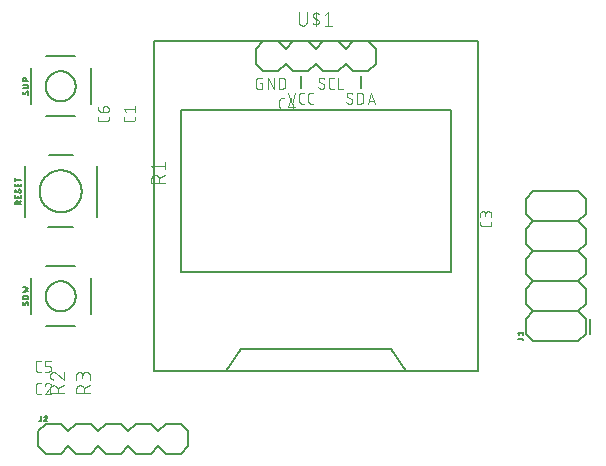
<source format=gbr>
G04 EAGLE Gerber RS-274X export*
G75*
%MOMM*%
%FSLAX34Y34*%
%LPD*%
%INSilkscreen Top*%
%IPPOS*%
%AMOC8*
5,1,8,0,0,1.08239X$1,22.5*%
G01*
%ADD10C,0.127000*%
%ADD11C,0.076200*%
%ADD12C,0.101600*%
%ADD13C,0.203200*%
%ADD14C,0.152400*%


D10*
X167640Y365125D02*
X441960Y365125D01*
X441960Y85725D01*
X381000Y85725D01*
X228600Y85725D01*
X167640Y85725D01*
X167640Y365125D01*
X254000Y358775D02*
X260350Y365125D01*
X273050Y365125D02*
X279400Y358775D01*
X285750Y365125D01*
X298450Y365125D02*
X304800Y358775D01*
X311150Y365125D01*
X323850Y365125D02*
X330200Y358775D01*
X336550Y365125D01*
X349250Y365125D02*
X355600Y358775D01*
X355600Y346075D02*
X349250Y339725D01*
X336550Y339725D01*
X330200Y346075D01*
X323850Y339725D01*
X311150Y339725D01*
X304800Y346075D01*
X298450Y339725D01*
X285750Y339725D01*
X279400Y346075D01*
X273050Y339725D01*
X260350Y339725D01*
X254000Y346075D01*
X254000Y358775D01*
X190500Y306705D02*
X419100Y306705D01*
X419100Y169545D01*
X190500Y169545D01*
X190500Y306705D01*
X355600Y346075D02*
X355600Y358775D01*
D11*
X259557Y330087D02*
X257991Y330087D01*
X259557Y330087D02*
X259557Y324866D01*
X256424Y324866D01*
X256335Y324868D01*
X256247Y324874D01*
X256159Y324883D01*
X256071Y324896D01*
X255984Y324913D01*
X255898Y324933D01*
X255813Y324958D01*
X255728Y324985D01*
X255645Y325017D01*
X255564Y325051D01*
X255484Y325090D01*
X255406Y325131D01*
X255329Y325176D01*
X255255Y325224D01*
X255182Y325275D01*
X255112Y325329D01*
X255045Y325387D01*
X254979Y325447D01*
X254917Y325509D01*
X254857Y325575D01*
X254799Y325642D01*
X254745Y325712D01*
X254694Y325785D01*
X254646Y325859D01*
X254601Y325936D01*
X254560Y326014D01*
X254521Y326094D01*
X254487Y326175D01*
X254455Y326258D01*
X254428Y326343D01*
X254403Y326428D01*
X254383Y326514D01*
X254366Y326601D01*
X254353Y326689D01*
X254344Y326777D01*
X254338Y326865D01*
X254336Y326954D01*
X254336Y332176D01*
X254338Y332267D01*
X254344Y332358D01*
X254354Y332449D01*
X254368Y332539D01*
X254385Y332628D01*
X254407Y332716D01*
X254433Y332804D01*
X254462Y332890D01*
X254495Y332975D01*
X254532Y333058D01*
X254572Y333140D01*
X254616Y333220D01*
X254663Y333298D01*
X254714Y333374D01*
X254767Y333447D01*
X254824Y333518D01*
X254885Y333587D01*
X254948Y333652D01*
X255013Y333715D01*
X255082Y333775D01*
X255153Y333833D01*
X255226Y333886D01*
X255302Y333937D01*
X255380Y333984D01*
X255460Y334028D01*
X255542Y334068D01*
X255625Y334105D01*
X255710Y334138D01*
X255796Y334167D01*
X255884Y334193D01*
X255972Y334215D01*
X256061Y334232D01*
X256151Y334246D01*
X256242Y334256D01*
X256333Y334262D01*
X256424Y334264D01*
X259557Y334264D01*
X264089Y334264D02*
X264089Y324866D01*
X269311Y324866D02*
X264089Y334264D01*
X269311Y334264D02*
X269311Y324866D01*
X273843Y324866D02*
X273843Y334264D01*
X276454Y334264D01*
X276554Y334262D01*
X276654Y334256D01*
X276753Y334247D01*
X276853Y334233D01*
X276951Y334216D01*
X277049Y334195D01*
X277146Y334171D01*
X277242Y334142D01*
X277337Y334110D01*
X277430Y334075D01*
X277522Y334036D01*
X277613Y333993D01*
X277701Y333947D01*
X277788Y333897D01*
X277873Y333845D01*
X277956Y333789D01*
X278037Y333730D01*
X278115Y333667D01*
X278191Y333602D01*
X278265Y333534D01*
X278335Y333464D01*
X278403Y333390D01*
X278468Y333314D01*
X278531Y333236D01*
X278590Y333155D01*
X278646Y333072D01*
X278698Y332987D01*
X278748Y332900D01*
X278794Y332812D01*
X278837Y332721D01*
X278876Y332629D01*
X278911Y332536D01*
X278943Y332441D01*
X278972Y332345D01*
X278996Y332248D01*
X279017Y332150D01*
X279034Y332052D01*
X279048Y331952D01*
X279057Y331853D01*
X279063Y331753D01*
X279065Y331653D01*
X279064Y331653D02*
X279064Y327477D01*
X279065Y327477D02*
X279063Y327377D01*
X279057Y327277D01*
X279048Y327178D01*
X279034Y327078D01*
X279017Y326980D01*
X278996Y326882D01*
X278972Y326785D01*
X278943Y326689D01*
X278911Y326594D01*
X278876Y326501D01*
X278837Y326409D01*
X278794Y326318D01*
X278748Y326230D01*
X278698Y326143D01*
X278646Y326058D01*
X278590Y325975D01*
X278531Y325894D01*
X278468Y325816D01*
X278403Y325740D01*
X278335Y325666D01*
X278265Y325596D01*
X278191Y325528D01*
X278115Y325463D01*
X278037Y325400D01*
X277956Y325341D01*
X277873Y325285D01*
X277788Y325233D01*
X277701Y325183D01*
X277613Y325137D01*
X277522Y325094D01*
X277430Y325055D01*
X277337Y325020D01*
X277242Y324988D01*
X277146Y324959D01*
X277049Y324935D01*
X276951Y324914D01*
X276853Y324897D01*
X276753Y324883D01*
X276654Y324874D01*
X276554Y324868D01*
X276454Y324866D01*
X273843Y324866D01*
X281381Y321564D02*
X284514Y312166D01*
X287647Y321564D01*
X293110Y312166D02*
X295199Y312166D01*
X293110Y312166D02*
X293021Y312168D01*
X292933Y312174D01*
X292845Y312183D01*
X292757Y312196D01*
X292670Y312213D01*
X292584Y312233D01*
X292499Y312258D01*
X292414Y312285D01*
X292331Y312317D01*
X292250Y312351D01*
X292170Y312390D01*
X292092Y312431D01*
X292015Y312476D01*
X291941Y312524D01*
X291868Y312575D01*
X291798Y312629D01*
X291731Y312687D01*
X291665Y312747D01*
X291603Y312809D01*
X291543Y312875D01*
X291485Y312942D01*
X291431Y313012D01*
X291380Y313085D01*
X291332Y313159D01*
X291287Y313236D01*
X291246Y313314D01*
X291207Y313394D01*
X291173Y313475D01*
X291141Y313558D01*
X291114Y313643D01*
X291089Y313728D01*
X291069Y313814D01*
X291052Y313901D01*
X291039Y313989D01*
X291030Y314077D01*
X291024Y314165D01*
X291022Y314254D01*
X291022Y319476D01*
X291024Y319567D01*
X291030Y319658D01*
X291040Y319749D01*
X291054Y319839D01*
X291071Y319928D01*
X291093Y320016D01*
X291119Y320104D01*
X291148Y320190D01*
X291181Y320275D01*
X291218Y320358D01*
X291258Y320440D01*
X291302Y320520D01*
X291349Y320598D01*
X291400Y320674D01*
X291453Y320747D01*
X291510Y320818D01*
X291571Y320887D01*
X291634Y320952D01*
X291699Y321015D01*
X291768Y321075D01*
X291839Y321133D01*
X291912Y321186D01*
X291988Y321237D01*
X292066Y321284D01*
X292146Y321328D01*
X292228Y321368D01*
X292311Y321405D01*
X292396Y321438D01*
X292482Y321467D01*
X292570Y321493D01*
X292658Y321515D01*
X292747Y321532D01*
X292837Y321546D01*
X292928Y321556D01*
X293019Y321562D01*
X293110Y321564D01*
X295199Y321564D01*
X300730Y312166D02*
X302819Y312166D01*
X300730Y312166D02*
X300641Y312168D01*
X300553Y312174D01*
X300465Y312183D01*
X300377Y312196D01*
X300290Y312213D01*
X300204Y312233D01*
X300119Y312258D01*
X300034Y312285D01*
X299951Y312317D01*
X299870Y312351D01*
X299790Y312390D01*
X299712Y312431D01*
X299635Y312476D01*
X299561Y312524D01*
X299488Y312575D01*
X299418Y312629D01*
X299351Y312687D01*
X299285Y312747D01*
X299223Y312809D01*
X299163Y312875D01*
X299105Y312942D01*
X299051Y313012D01*
X299000Y313085D01*
X298952Y313159D01*
X298907Y313236D01*
X298866Y313314D01*
X298827Y313394D01*
X298793Y313475D01*
X298761Y313558D01*
X298734Y313643D01*
X298709Y313728D01*
X298689Y313814D01*
X298672Y313901D01*
X298659Y313989D01*
X298650Y314077D01*
X298644Y314165D01*
X298642Y314254D01*
X298642Y319476D01*
X298644Y319567D01*
X298650Y319658D01*
X298660Y319749D01*
X298674Y319839D01*
X298691Y319928D01*
X298713Y320016D01*
X298739Y320104D01*
X298768Y320190D01*
X298801Y320275D01*
X298838Y320358D01*
X298878Y320440D01*
X298922Y320520D01*
X298969Y320598D01*
X299020Y320674D01*
X299073Y320747D01*
X299130Y320818D01*
X299191Y320887D01*
X299254Y320952D01*
X299319Y321015D01*
X299388Y321075D01*
X299459Y321133D01*
X299532Y321186D01*
X299608Y321237D01*
X299686Y321284D01*
X299766Y321328D01*
X299848Y321368D01*
X299931Y321405D01*
X300016Y321438D01*
X300102Y321467D01*
X300190Y321493D01*
X300278Y321515D01*
X300367Y321532D01*
X300457Y321546D01*
X300548Y321556D01*
X300639Y321562D01*
X300730Y321564D01*
X302819Y321564D01*
X310154Y324866D02*
X310243Y324868D01*
X310331Y324874D01*
X310419Y324883D01*
X310507Y324896D01*
X310594Y324913D01*
X310680Y324933D01*
X310765Y324958D01*
X310850Y324985D01*
X310933Y325017D01*
X311014Y325051D01*
X311094Y325090D01*
X311172Y325131D01*
X311249Y325176D01*
X311323Y325224D01*
X311396Y325275D01*
X311466Y325329D01*
X311533Y325387D01*
X311599Y325447D01*
X311661Y325509D01*
X311721Y325575D01*
X311779Y325642D01*
X311833Y325712D01*
X311884Y325785D01*
X311932Y325859D01*
X311977Y325936D01*
X312018Y326014D01*
X312057Y326094D01*
X312091Y326175D01*
X312123Y326258D01*
X312150Y326343D01*
X312175Y326428D01*
X312195Y326514D01*
X312212Y326601D01*
X312225Y326689D01*
X312234Y326777D01*
X312240Y326865D01*
X312242Y326954D01*
X310154Y324866D02*
X310025Y324868D01*
X309896Y324874D01*
X309767Y324883D01*
X309639Y324896D01*
X309511Y324913D01*
X309384Y324934D01*
X309257Y324958D01*
X309131Y324986D01*
X309006Y325018D01*
X308882Y325053D01*
X308759Y325092D01*
X308637Y325135D01*
X308517Y325181D01*
X308398Y325231D01*
X308280Y325284D01*
X308164Y325340D01*
X308050Y325400D01*
X307937Y325463D01*
X307827Y325530D01*
X307718Y325599D01*
X307612Y325672D01*
X307507Y325748D01*
X307405Y325827D01*
X307306Y325909D01*
X307208Y325993D01*
X307113Y326081D01*
X307021Y326171D01*
X307282Y332176D02*
X307284Y332265D01*
X307290Y332353D01*
X307299Y332441D01*
X307312Y332529D01*
X307329Y332616D01*
X307349Y332702D01*
X307374Y332787D01*
X307401Y332872D01*
X307433Y332955D01*
X307467Y333036D01*
X307506Y333116D01*
X307547Y333194D01*
X307592Y333271D01*
X307640Y333345D01*
X307691Y333418D01*
X307745Y333488D01*
X307803Y333555D01*
X307863Y333621D01*
X307925Y333683D01*
X307991Y333743D01*
X308058Y333801D01*
X308128Y333855D01*
X308201Y333906D01*
X308275Y333954D01*
X308352Y333999D01*
X308430Y334040D01*
X308510Y334079D01*
X308591Y334113D01*
X308674Y334145D01*
X308759Y334172D01*
X308844Y334197D01*
X308930Y334217D01*
X309017Y334234D01*
X309105Y334247D01*
X309193Y334256D01*
X309281Y334262D01*
X309370Y334264D01*
X309490Y334262D01*
X309610Y334257D01*
X309730Y334247D01*
X309849Y334235D01*
X309968Y334218D01*
X310086Y334198D01*
X310204Y334174D01*
X310320Y334147D01*
X310436Y334116D01*
X310551Y334082D01*
X310665Y334044D01*
X310778Y334002D01*
X310889Y333957D01*
X310999Y333909D01*
X311107Y333858D01*
X311214Y333803D01*
X311319Y333745D01*
X311422Y333683D01*
X311523Y333619D01*
X311623Y333551D01*
X311720Y333481D01*
X308326Y330349D02*
X308248Y330397D01*
X308172Y330449D01*
X308099Y330503D01*
X308028Y330561D01*
X307959Y330622D01*
X307893Y330686D01*
X307830Y330753D01*
X307770Y330822D01*
X307713Y330894D01*
X307659Y330968D01*
X307609Y331045D01*
X307561Y331124D01*
X307518Y331204D01*
X307477Y331287D01*
X307441Y331371D01*
X307408Y331456D01*
X307379Y331543D01*
X307353Y331632D01*
X307331Y331721D01*
X307314Y331811D01*
X307300Y331901D01*
X307290Y331993D01*
X307284Y332084D01*
X307282Y332176D01*
X311198Y328781D02*
X311276Y328733D01*
X311352Y328681D01*
X311425Y328627D01*
X311496Y328569D01*
X311565Y328508D01*
X311631Y328444D01*
X311694Y328377D01*
X311754Y328308D01*
X311811Y328236D01*
X311865Y328162D01*
X311915Y328085D01*
X311963Y328006D01*
X312006Y327926D01*
X312047Y327843D01*
X312083Y327759D01*
X312116Y327674D01*
X312145Y327587D01*
X312171Y327498D01*
X312193Y327409D01*
X312210Y327319D01*
X312224Y327229D01*
X312234Y327137D01*
X312240Y327046D01*
X312242Y326954D01*
X311198Y328782D02*
X308326Y330348D01*
X317923Y324866D02*
X320011Y324866D01*
X317923Y324866D02*
X317834Y324868D01*
X317746Y324874D01*
X317658Y324883D01*
X317570Y324896D01*
X317483Y324913D01*
X317397Y324933D01*
X317312Y324958D01*
X317227Y324985D01*
X317144Y325017D01*
X317063Y325051D01*
X316983Y325090D01*
X316905Y325131D01*
X316828Y325176D01*
X316754Y325224D01*
X316681Y325275D01*
X316611Y325329D01*
X316544Y325387D01*
X316478Y325447D01*
X316416Y325509D01*
X316356Y325575D01*
X316298Y325642D01*
X316244Y325712D01*
X316193Y325785D01*
X316145Y325859D01*
X316100Y325936D01*
X316059Y326014D01*
X316020Y326094D01*
X315986Y326175D01*
X315954Y326258D01*
X315927Y326343D01*
X315902Y326428D01*
X315882Y326514D01*
X315865Y326601D01*
X315852Y326689D01*
X315843Y326777D01*
X315837Y326865D01*
X315835Y326954D01*
X315834Y326954D02*
X315834Y332176D01*
X315835Y332176D02*
X315837Y332267D01*
X315843Y332358D01*
X315853Y332449D01*
X315867Y332539D01*
X315884Y332628D01*
X315906Y332716D01*
X315932Y332804D01*
X315961Y332890D01*
X315994Y332975D01*
X316031Y333058D01*
X316071Y333140D01*
X316115Y333220D01*
X316162Y333298D01*
X316213Y333374D01*
X316266Y333447D01*
X316323Y333518D01*
X316384Y333587D01*
X316447Y333652D01*
X316512Y333715D01*
X316581Y333775D01*
X316652Y333833D01*
X316725Y333886D01*
X316801Y333937D01*
X316879Y333984D01*
X316959Y334028D01*
X317041Y334068D01*
X317124Y334105D01*
X317209Y334138D01*
X317295Y334167D01*
X317383Y334193D01*
X317471Y334215D01*
X317560Y334232D01*
X317650Y334246D01*
X317741Y334256D01*
X317832Y334262D01*
X317923Y334264D01*
X320011Y334264D01*
X323802Y334264D02*
X323802Y324866D01*
X327979Y324866D01*
X335953Y314254D02*
X335951Y314165D01*
X335945Y314077D01*
X335936Y313989D01*
X335923Y313901D01*
X335906Y313814D01*
X335886Y313728D01*
X335861Y313643D01*
X335834Y313558D01*
X335802Y313475D01*
X335768Y313394D01*
X335729Y313314D01*
X335688Y313236D01*
X335643Y313159D01*
X335595Y313085D01*
X335544Y313012D01*
X335490Y312942D01*
X335432Y312875D01*
X335372Y312809D01*
X335310Y312747D01*
X335244Y312687D01*
X335177Y312629D01*
X335107Y312575D01*
X335034Y312524D01*
X334960Y312476D01*
X334883Y312431D01*
X334805Y312390D01*
X334725Y312351D01*
X334644Y312317D01*
X334561Y312285D01*
X334476Y312258D01*
X334391Y312233D01*
X334305Y312213D01*
X334218Y312196D01*
X334130Y312183D01*
X334042Y312174D01*
X333954Y312168D01*
X333865Y312166D01*
X333736Y312168D01*
X333607Y312174D01*
X333478Y312183D01*
X333350Y312196D01*
X333222Y312213D01*
X333095Y312234D01*
X332968Y312258D01*
X332842Y312286D01*
X332717Y312318D01*
X332593Y312353D01*
X332470Y312392D01*
X332348Y312435D01*
X332228Y312481D01*
X332109Y312531D01*
X331991Y312584D01*
X331875Y312640D01*
X331761Y312700D01*
X331648Y312763D01*
X331538Y312830D01*
X331429Y312899D01*
X331323Y312972D01*
X331218Y313048D01*
X331116Y313127D01*
X331017Y313209D01*
X330919Y313293D01*
X330824Y313381D01*
X330732Y313471D01*
X330994Y319476D02*
X330996Y319565D01*
X331002Y319653D01*
X331011Y319741D01*
X331024Y319829D01*
X331041Y319916D01*
X331061Y320002D01*
X331086Y320087D01*
X331113Y320172D01*
X331145Y320255D01*
X331179Y320336D01*
X331218Y320416D01*
X331259Y320494D01*
X331304Y320571D01*
X331352Y320645D01*
X331403Y320718D01*
X331457Y320788D01*
X331515Y320855D01*
X331575Y320921D01*
X331637Y320983D01*
X331703Y321043D01*
X331770Y321101D01*
X331840Y321155D01*
X331913Y321206D01*
X331987Y321254D01*
X332064Y321299D01*
X332142Y321340D01*
X332222Y321379D01*
X332303Y321413D01*
X332386Y321445D01*
X332471Y321472D01*
X332556Y321497D01*
X332642Y321517D01*
X332729Y321534D01*
X332817Y321547D01*
X332905Y321556D01*
X332993Y321562D01*
X333082Y321564D01*
X333081Y321564D02*
X333201Y321562D01*
X333321Y321557D01*
X333441Y321547D01*
X333560Y321535D01*
X333679Y321518D01*
X333797Y321498D01*
X333915Y321474D01*
X334031Y321447D01*
X334147Y321416D01*
X334262Y321382D01*
X334376Y321344D01*
X334489Y321302D01*
X334600Y321257D01*
X334710Y321209D01*
X334818Y321158D01*
X334925Y321103D01*
X335030Y321045D01*
X335133Y320983D01*
X335234Y320919D01*
X335334Y320851D01*
X335431Y320781D01*
X332037Y317649D02*
X331959Y317697D01*
X331883Y317749D01*
X331810Y317803D01*
X331739Y317861D01*
X331670Y317922D01*
X331604Y317986D01*
X331541Y318053D01*
X331481Y318122D01*
X331424Y318194D01*
X331370Y318268D01*
X331320Y318345D01*
X331272Y318424D01*
X331229Y318504D01*
X331188Y318587D01*
X331152Y318671D01*
X331119Y318756D01*
X331090Y318843D01*
X331064Y318932D01*
X331042Y319021D01*
X331025Y319111D01*
X331011Y319201D01*
X331001Y319293D01*
X330995Y319384D01*
X330993Y319476D01*
X334909Y316081D02*
X334987Y316033D01*
X335063Y315981D01*
X335136Y315927D01*
X335207Y315869D01*
X335276Y315808D01*
X335342Y315744D01*
X335405Y315677D01*
X335465Y315608D01*
X335522Y315536D01*
X335576Y315462D01*
X335626Y315385D01*
X335674Y315306D01*
X335717Y315226D01*
X335758Y315143D01*
X335794Y315059D01*
X335827Y314974D01*
X335856Y314887D01*
X335882Y314798D01*
X335904Y314709D01*
X335921Y314619D01*
X335935Y314529D01*
X335945Y314437D01*
X335951Y314346D01*
X335953Y314254D01*
X334909Y316082D02*
X332037Y317648D01*
X339876Y321564D02*
X339876Y312166D01*
X339876Y321564D02*
X342487Y321564D01*
X342587Y321562D01*
X342687Y321556D01*
X342786Y321547D01*
X342886Y321533D01*
X342984Y321516D01*
X343082Y321495D01*
X343179Y321471D01*
X343275Y321442D01*
X343370Y321410D01*
X343463Y321375D01*
X343555Y321336D01*
X343646Y321293D01*
X343734Y321247D01*
X343821Y321197D01*
X343906Y321145D01*
X343989Y321089D01*
X344070Y321030D01*
X344148Y320967D01*
X344224Y320902D01*
X344298Y320834D01*
X344368Y320764D01*
X344436Y320690D01*
X344501Y320614D01*
X344564Y320536D01*
X344623Y320455D01*
X344679Y320372D01*
X344731Y320287D01*
X344781Y320200D01*
X344827Y320112D01*
X344870Y320021D01*
X344909Y319929D01*
X344944Y319836D01*
X344976Y319741D01*
X345005Y319645D01*
X345029Y319548D01*
X345050Y319450D01*
X345067Y319352D01*
X345081Y319252D01*
X345090Y319153D01*
X345096Y319053D01*
X345098Y318953D01*
X345097Y318953D02*
X345097Y314777D01*
X345098Y314777D02*
X345096Y314677D01*
X345090Y314577D01*
X345081Y314478D01*
X345067Y314378D01*
X345050Y314280D01*
X345029Y314182D01*
X345005Y314085D01*
X344976Y313989D01*
X344944Y313894D01*
X344909Y313801D01*
X344870Y313709D01*
X344827Y313618D01*
X344781Y313530D01*
X344731Y313443D01*
X344679Y313358D01*
X344623Y313275D01*
X344564Y313194D01*
X344501Y313116D01*
X344436Y313040D01*
X344368Y312966D01*
X344298Y312896D01*
X344224Y312828D01*
X344148Y312763D01*
X344070Y312700D01*
X343989Y312641D01*
X343906Y312585D01*
X343821Y312533D01*
X343734Y312483D01*
X343646Y312437D01*
X343555Y312394D01*
X343463Y312355D01*
X343370Y312320D01*
X343275Y312288D01*
X343179Y312259D01*
X343082Y312235D01*
X342984Y312214D01*
X342886Y312197D01*
X342786Y312183D01*
X342687Y312174D01*
X342587Y312168D01*
X342487Y312166D01*
X339876Y312166D01*
X348803Y312166D02*
X351935Y321564D01*
X355068Y312166D01*
X354285Y314516D02*
X349586Y314516D01*
D10*
X292100Y325755D02*
X292100Y335915D01*
X342900Y335915D02*
X342900Y325755D01*
X241300Y104775D02*
X228600Y85725D01*
X241300Y104775D02*
X368300Y104775D01*
X381000Y85725D01*
D12*
X290696Y381579D02*
X290696Y390017D01*
X290696Y381579D02*
X290698Y381466D01*
X290704Y381353D01*
X290714Y381240D01*
X290728Y381127D01*
X290745Y381015D01*
X290767Y380904D01*
X290792Y380794D01*
X290822Y380684D01*
X290855Y380576D01*
X290892Y380469D01*
X290932Y380363D01*
X290977Y380259D01*
X291025Y380156D01*
X291076Y380055D01*
X291131Y379956D01*
X291189Y379859D01*
X291251Y379764D01*
X291316Y379671D01*
X291384Y379581D01*
X291455Y379493D01*
X291530Y379407D01*
X291607Y379324D01*
X291687Y379244D01*
X291770Y379167D01*
X291856Y379092D01*
X291944Y379021D01*
X292034Y378953D01*
X292127Y378888D01*
X292222Y378826D01*
X292319Y378768D01*
X292418Y378713D01*
X292519Y378662D01*
X292622Y378614D01*
X292726Y378569D01*
X292832Y378529D01*
X292939Y378492D01*
X293047Y378459D01*
X293157Y378429D01*
X293267Y378404D01*
X293378Y378382D01*
X293490Y378365D01*
X293603Y378351D01*
X293716Y378341D01*
X293829Y378335D01*
X293942Y378333D01*
X294055Y378335D01*
X294168Y378341D01*
X294281Y378351D01*
X294394Y378365D01*
X294506Y378382D01*
X294617Y378404D01*
X294727Y378429D01*
X294837Y378459D01*
X294945Y378492D01*
X295052Y378529D01*
X295158Y378569D01*
X295262Y378614D01*
X295365Y378662D01*
X295466Y378713D01*
X295565Y378768D01*
X295662Y378826D01*
X295757Y378888D01*
X295850Y378953D01*
X295940Y379021D01*
X296028Y379092D01*
X296114Y379167D01*
X296197Y379244D01*
X296277Y379324D01*
X296354Y379407D01*
X296429Y379493D01*
X296500Y379581D01*
X296568Y379671D01*
X296633Y379764D01*
X296695Y379859D01*
X296753Y379956D01*
X296808Y380055D01*
X296859Y380156D01*
X296907Y380259D01*
X296952Y380363D01*
X296992Y380469D01*
X297029Y380576D01*
X297062Y380684D01*
X297092Y380794D01*
X297117Y380904D01*
X297139Y381015D01*
X297156Y381127D01*
X297170Y381240D01*
X297180Y381353D01*
X297186Y381466D01*
X297188Y381579D01*
X297187Y381579D02*
X297187Y390017D01*
X304991Y390017D02*
X304991Y378333D01*
X304991Y384175D02*
X303368Y385149D01*
X303367Y385148D02*
X303294Y385195D01*
X303223Y385244D01*
X303153Y385297D01*
X303087Y385353D01*
X303023Y385412D01*
X302961Y385473D01*
X302903Y385537D01*
X302847Y385604D01*
X302795Y385673D01*
X302745Y385745D01*
X302699Y385819D01*
X302656Y385894D01*
X302617Y385972D01*
X302581Y386051D01*
X302549Y386132D01*
X302520Y386214D01*
X302495Y386297D01*
X302474Y386381D01*
X302457Y386466D01*
X302443Y386552D01*
X302434Y386638D01*
X302428Y386725D01*
X302426Y386812D01*
X302428Y386899D01*
X302434Y386986D01*
X302444Y387072D01*
X302457Y387158D01*
X302475Y387243D01*
X302496Y387327D01*
X302521Y387410D01*
X302550Y387493D01*
X302582Y387573D01*
X302618Y387652D01*
X302657Y387730D01*
X302700Y387805D01*
X302747Y387879D01*
X302796Y387950D01*
X302849Y388020D01*
X302904Y388086D01*
X302963Y388150D01*
X303024Y388212D01*
X303089Y388271D01*
X303155Y388326D01*
X303224Y388379D01*
X303296Y388429D01*
X303369Y388475D01*
X303445Y388518D01*
X303522Y388557D01*
X303601Y388593D01*
X303682Y388626D01*
X303764Y388654D01*
X303847Y388680D01*
X303931Y388701D01*
X304017Y388718D01*
X304017Y388719D02*
X304157Y388743D01*
X304299Y388763D01*
X304440Y388779D01*
X304582Y388790D01*
X304725Y388798D01*
X304867Y388802D01*
X305010Y388803D01*
X305153Y388799D01*
X305295Y388791D01*
X305437Y388779D01*
X305579Y388763D01*
X305720Y388744D01*
X305861Y388720D01*
X306001Y388693D01*
X306140Y388661D01*
X306278Y388626D01*
X306416Y388587D01*
X306552Y388544D01*
X306686Y388498D01*
X306820Y388447D01*
X306952Y388394D01*
X307082Y388336D01*
X307211Y388275D01*
X307338Y388210D01*
X307464Y388142D01*
X307587Y388070D01*
X304991Y384175D02*
X306613Y383201D01*
X306614Y383202D02*
X306687Y383155D01*
X306758Y383106D01*
X306828Y383053D01*
X306894Y382997D01*
X306958Y382938D01*
X307020Y382877D01*
X307078Y382813D01*
X307134Y382746D01*
X307186Y382677D01*
X307236Y382605D01*
X307282Y382531D01*
X307325Y382456D01*
X307364Y382378D01*
X307400Y382299D01*
X307432Y382218D01*
X307461Y382136D01*
X307486Y382053D01*
X307507Y381969D01*
X307524Y381884D01*
X307538Y381798D01*
X307547Y381712D01*
X307553Y381625D01*
X307555Y381538D01*
X307553Y381451D01*
X307547Y381364D01*
X307537Y381278D01*
X307524Y381192D01*
X307506Y381107D01*
X307485Y381023D01*
X307460Y380940D01*
X307431Y380857D01*
X307399Y380777D01*
X307363Y380698D01*
X307324Y380620D01*
X307281Y380545D01*
X307234Y380471D01*
X307185Y380400D01*
X307132Y380330D01*
X307077Y380264D01*
X307018Y380200D01*
X306957Y380138D01*
X306892Y380079D01*
X306826Y380024D01*
X306757Y379971D01*
X306685Y379921D01*
X306612Y379875D01*
X306536Y379832D01*
X306459Y379793D01*
X306380Y379757D01*
X306299Y379724D01*
X306217Y379696D01*
X306134Y379670D01*
X306050Y379649D01*
X305965Y379632D01*
X305964Y379631D02*
X305824Y379607D01*
X305682Y379587D01*
X305541Y379571D01*
X305399Y379560D01*
X305256Y379552D01*
X305114Y379548D01*
X304971Y379547D01*
X304828Y379551D01*
X304686Y379559D01*
X304544Y379571D01*
X304402Y379587D01*
X304261Y379606D01*
X304120Y379630D01*
X303980Y379657D01*
X303841Y379689D01*
X303703Y379724D01*
X303565Y379763D01*
X303429Y379806D01*
X303295Y379852D01*
X303161Y379903D01*
X303029Y379956D01*
X302899Y380014D01*
X302770Y380075D01*
X302643Y380140D01*
X302517Y380208D01*
X302394Y380280D01*
X312413Y387421D02*
X315658Y390017D01*
X315658Y378333D01*
X312413Y378333D02*
X318904Y378333D01*
D13*
X58420Y259715D02*
X58420Y216535D01*
X119380Y216535D02*
X119380Y259715D01*
X99060Y268605D02*
X78920Y268605D01*
X78620Y207645D02*
X99060Y207645D01*
X71120Y238125D02*
X71125Y238561D01*
X71141Y238997D01*
X71168Y239433D01*
X71206Y239868D01*
X71254Y240301D01*
X71312Y240734D01*
X71382Y241165D01*
X71462Y241594D01*
X71552Y242021D01*
X71653Y242445D01*
X71764Y242867D01*
X71886Y243286D01*
X72017Y243702D01*
X72159Y244115D01*
X72311Y244524D01*
X72473Y244929D01*
X72645Y245330D01*
X72827Y245727D01*
X73018Y246119D01*
X73219Y246506D01*
X73430Y246889D01*
X73650Y247266D01*
X73879Y247637D01*
X74116Y248003D01*
X74363Y248363D01*
X74619Y248717D01*
X74883Y249064D01*
X75156Y249405D01*
X75437Y249738D01*
X75726Y250065D01*
X76023Y250385D01*
X76328Y250697D01*
X76640Y251002D01*
X76960Y251299D01*
X77287Y251588D01*
X77620Y251869D01*
X77961Y252142D01*
X78308Y252406D01*
X78662Y252662D01*
X79022Y252909D01*
X79388Y253146D01*
X79759Y253375D01*
X80136Y253595D01*
X80519Y253806D01*
X80906Y254007D01*
X81298Y254198D01*
X81695Y254380D01*
X82096Y254552D01*
X82501Y254714D01*
X82910Y254866D01*
X83323Y255008D01*
X83739Y255139D01*
X84158Y255261D01*
X84580Y255372D01*
X85004Y255473D01*
X85431Y255563D01*
X85860Y255643D01*
X86291Y255713D01*
X86724Y255771D01*
X87157Y255819D01*
X87592Y255857D01*
X88028Y255884D01*
X88464Y255900D01*
X88900Y255905D01*
X89336Y255900D01*
X89772Y255884D01*
X90208Y255857D01*
X90643Y255819D01*
X91076Y255771D01*
X91509Y255713D01*
X91940Y255643D01*
X92369Y255563D01*
X92796Y255473D01*
X93220Y255372D01*
X93642Y255261D01*
X94061Y255139D01*
X94477Y255008D01*
X94890Y254866D01*
X95299Y254714D01*
X95704Y254552D01*
X96105Y254380D01*
X96502Y254198D01*
X96894Y254007D01*
X97281Y253806D01*
X97664Y253595D01*
X98041Y253375D01*
X98412Y253146D01*
X98778Y252909D01*
X99138Y252662D01*
X99492Y252406D01*
X99839Y252142D01*
X100180Y251869D01*
X100513Y251588D01*
X100840Y251299D01*
X101160Y251002D01*
X101472Y250697D01*
X101777Y250385D01*
X102074Y250065D01*
X102363Y249738D01*
X102644Y249405D01*
X102917Y249064D01*
X103181Y248717D01*
X103437Y248363D01*
X103684Y248003D01*
X103921Y247637D01*
X104150Y247266D01*
X104370Y246889D01*
X104581Y246506D01*
X104782Y246119D01*
X104973Y245727D01*
X105155Y245330D01*
X105327Y244929D01*
X105489Y244524D01*
X105641Y244115D01*
X105783Y243702D01*
X105914Y243286D01*
X106036Y242867D01*
X106147Y242445D01*
X106248Y242021D01*
X106338Y241594D01*
X106418Y241165D01*
X106488Y240734D01*
X106546Y240301D01*
X106594Y239868D01*
X106632Y239433D01*
X106659Y238997D01*
X106675Y238561D01*
X106680Y238125D01*
X106675Y237689D01*
X106659Y237253D01*
X106632Y236817D01*
X106594Y236382D01*
X106546Y235949D01*
X106488Y235516D01*
X106418Y235085D01*
X106338Y234656D01*
X106248Y234229D01*
X106147Y233805D01*
X106036Y233383D01*
X105914Y232964D01*
X105783Y232548D01*
X105641Y232135D01*
X105489Y231726D01*
X105327Y231321D01*
X105155Y230920D01*
X104973Y230523D01*
X104782Y230131D01*
X104581Y229744D01*
X104370Y229361D01*
X104150Y228984D01*
X103921Y228613D01*
X103684Y228247D01*
X103437Y227887D01*
X103181Y227533D01*
X102917Y227186D01*
X102644Y226845D01*
X102363Y226512D01*
X102074Y226185D01*
X101777Y225865D01*
X101472Y225553D01*
X101160Y225248D01*
X100840Y224951D01*
X100513Y224662D01*
X100180Y224381D01*
X99839Y224108D01*
X99492Y223844D01*
X99138Y223588D01*
X98778Y223341D01*
X98412Y223104D01*
X98041Y222875D01*
X97664Y222655D01*
X97281Y222444D01*
X96894Y222243D01*
X96502Y222052D01*
X96105Y221870D01*
X95704Y221698D01*
X95299Y221536D01*
X94890Y221384D01*
X94477Y221242D01*
X94061Y221111D01*
X93642Y220989D01*
X93220Y220878D01*
X92796Y220777D01*
X92369Y220687D01*
X91940Y220607D01*
X91509Y220537D01*
X91076Y220479D01*
X90643Y220431D01*
X90208Y220393D01*
X89772Y220366D01*
X89336Y220350D01*
X88900Y220345D01*
X88464Y220350D01*
X88028Y220366D01*
X87592Y220393D01*
X87157Y220431D01*
X86724Y220479D01*
X86291Y220537D01*
X85860Y220607D01*
X85431Y220687D01*
X85004Y220777D01*
X84580Y220878D01*
X84158Y220989D01*
X83739Y221111D01*
X83323Y221242D01*
X82910Y221384D01*
X82501Y221536D01*
X82096Y221698D01*
X81695Y221870D01*
X81298Y222052D01*
X80906Y222243D01*
X80519Y222444D01*
X80136Y222655D01*
X79759Y222875D01*
X79388Y223104D01*
X79022Y223341D01*
X78662Y223588D01*
X78308Y223844D01*
X77961Y224108D01*
X77620Y224381D01*
X77287Y224662D01*
X76960Y224951D01*
X76640Y225248D01*
X76328Y225553D01*
X76023Y225865D01*
X75726Y226185D01*
X75437Y226512D01*
X75156Y226845D01*
X74883Y227186D01*
X74619Y227533D01*
X74363Y227887D01*
X74116Y228247D01*
X73879Y228613D01*
X73650Y228984D01*
X73430Y229361D01*
X73219Y229744D01*
X73018Y230131D01*
X72827Y230523D01*
X72645Y230920D01*
X72473Y231321D01*
X72311Y231726D01*
X72159Y232135D01*
X72017Y232548D01*
X71886Y232964D01*
X71764Y233383D01*
X71653Y233805D01*
X71552Y234229D01*
X71462Y234656D01*
X71382Y235085D01*
X71312Y235516D01*
X71254Y235949D01*
X71206Y236382D01*
X71168Y236817D01*
X71141Y237253D01*
X71125Y237689D01*
X71120Y238125D01*
D10*
X55245Y226941D02*
X50419Y226941D01*
X50419Y228281D01*
X50421Y228352D01*
X50427Y228424D01*
X50436Y228494D01*
X50449Y228564D01*
X50466Y228634D01*
X50487Y228702D01*
X50511Y228769D01*
X50539Y228835D01*
X50570Y228899D01*
X50605Y228962D01*
X50643Y229022D01*
X50684Y229081D01*
X50728Y229137D01*
X50775Y229191D01*
X50824Y229242D01*
X50877Y229290D01*
X50932Y229336D01*
X50989Y229378D01*
X51049Y229418D01*
X51110Y229454D01*
X51174Y229487D01*
X51239Y229516D01*
X51305Y229542D01*
X51373Y229565D01*
X51442Y229584D01*
X51512Y229599D01*
X51582Y229610D01*
X51653Y229618D01*
X51724Y229622D01*
X51796Y229622D01*
X51867Y229618D01*
X51938Y229610D01*
X52008Y229599D01*
X52078Y229584D01*
X52147Y229565D01*
X52215Y229542D01*
X52281Y229516D01*
X52346Y229487D01*
X52410Y229454D01*
X52471Y229418D01*
X52531Y229378D01*
X52588Y229336D01*
X52643Y229290D01*
X52696Y229242D01*
X52745Y229191D01*
X52792Y229137D01*
X52836Y229081D01*
X52877Y229022D01*
X52915Y228962D01*
X52950Y228899D01*
X52981Y228835D01*
X53009Y228769D01*
X53033Y228702D01*
X53054Y228634D01*
X53071Y228564D01*
X53084Y228494D01*
X53093Y228424D01*
X53099Y228352D01*
X53101Y228281D01*
X53100Y228281D02*
X53100Y226941D01*
X53100Y228550D02*
X55245Y229622D01*
X55245Y232566D02*
X55245Y234711D01*
X55245Y232566D02*
X50419Y232566D01*
X50419Y234711D01*
X52564Y234175D02*
X52564Y232566D01*
X55245Y238544D02*
X55243Y238609D01*
X55237Y238673D01*
X55227Y238737D01*
X55214Y238801D01*
X55196Y238863D01*
X55175Y238924D01*
X55151Y238984D01*
X55122Y239042D01*
X55090Y239099D01*
X55055Y239153D01*
X55017Y239205D01*
X54975Y239255D01*
X54931Y239302D01*
X54884Y239346D01*
X54834Y239388D01*
X54782Y239426D01*
X54728Y239461D01*
X54671Y239493D01*
X54613Y239522D01*
X54553Y239546D01*
X54492Y239567D01*
X54430Y239585D01*
X54366Y239598D01*
X54302Y239608D01*
X54238Y239614D01*
X54173Y239616D01*
X55245Y238544D02*
X55243Y238450D01*
X55237Y238356D01*
X55227Y238262D01*
X55214Y238169D01*
X55196Y238077D01*
X55175Y237985D01*
X55150Y237894D01*
X55121Y237804D01*
X55088Y237716D01*
X55052Y237629D01*
X55012Y237544D01*
X54969Y237460D01*
X54922Y237379D01*
X54872Y237299D01*
X54819Y237221D01*
X54762Y237146D01*
X54703Y237073D01*
X54640Y237003D01*
X54575Y236935D01*
X51491Y237070D02*
X51426Y237072D01*
X51362Y237078D01*
X51298Y237088D01*
X51234Y237101D01*
X51172Y237119D01*
X51111Y237140D01*
X51051Y237164D01*
X50993Y237193D01*
X50936Y237225D01*
X50882Y237260D01*
X50830Y237298D01*
X50780Y237340D01*
X50733Y237384D01*
X50689Y237431D01*
X50647Y237481D01*
X50609Y237533D01*
X50574Y237587D01*
X50542Y237644D01*
X50513Y237702D01*
X50489Y237762D01*
X50468Y237823D01*
X50450Y237885D01*
X50437Y237949D01*
X50427Y238013D01*
X50421Y238077D01*
X50419Y238142D01*
X50421Y238228D01*
X50426Y238314D01*
X50436Y238400D01*
X50449Y238485D01*
X50465Y238570D01*
X50485Y238654D01*
X50509Y238737D01*
X50536Y238819D01*
X50567Y238899D01*
X50601Y238979D01*
X50639Y239056D01*
X50680Y239132D01*
X50724Y239206D01*
X50771Y239279D01*
X50821Y239349D01*
X52429Y237606D02*
X52396Y237553D01*
X52359Y237502D01*
X52320Y237453D01*
X52278Y237406D01*
X52233Y237362D01*
X52186Y237321D01*
X52137Y237282D01*
X52085Y237246D01*
X52031Y237213D01*
X51976Y237184D01*
X51919Y237158D01*
X51860Y237135D01*
X51801Y237115D01*
X51740Y237099D01*
X51679Y237086D01*
X51616Y237077D01*
X51554Y237072D01*
X51491Y237070D01*
X53235Y239080D02*
X53268Y239133D01*
X53305Y239184D01*
X53344Y239233D01*
X53386Y239280D01*
X53431Y239324D01*
X53478Y239365D01*
X53527Y239404D01*
X53579Y239440D01*
X53633Y239473D01*
X53688Y239502D01*
X53745Y239528D01*
X53804Y239551D01*
X53863Y239571D01*
X53924Y239587D01*
X53985Y239600D01*
X54048Y239609D01*
X54110Y239614D01*
X54173Y239616D01*
X53234Y239080D02*
X52430Y237606D01*
X55245Y242441D02*
X55245Y244586D01*
X55245Y242441D02*
X50419Y242441D01*
X50419Y244586D01*
X52564Y244050D02*
X52564Y242441D01*
X50419Y247969D02*
X55245Y247969D01*
X50419Y246628D02*
X50419Y249309D01*
D13*
X76200Y301625D02*
X101300Y301625D01*
X63500Y311625D02*
X63500Y342425D01*
X76500Y352425D02*
X101300Y352425D01*
X114300Y342425D02*
X114300Y311625D01*
X76200Y327025D02*
X76204Y327337D01*
X76215Y327648D01*
X76234Y327959D01*
X76261Y328270D01*
X76296Y328580D01*
X76337Y328888D01*
X76387Y329196D01*
X76444Y329503D01*
X76509Y329808D01*
X76581Y330111D01*
X76660Y330412D01*
X76747Y330712D01*
X76841Y331009D01*
X76942Y331304D01*
X77051Y331596D01*
X77167Y331885D01*
X77290Y332172D01*
X77419Y332455D01*
X77556Y332735D01*
X77700Y333012D01*
X77850Y333285D01*
X78007Y333554D01*
X78170Y333819D01*
X78340Y334081D01*
X78517Y334338D01*
X78699Y334590D01*
X78888Y334838D01*
X79083Y335082D01*
X79283Y335320D01*
X79490Y335554D01*
X79702Y335782D01*
X79920Y336005D01*
X80143Y336223D01*
X80371Y336435D01*
X80605Y336642D01*
X80843Y336842D01*
X81087Y337037D01*
X81335Y337226D01*
X81587Y337408D01*
X81844Y337585D01*
X82106Y337755D01*
X82371Y337918D01*
X82640Y338075D01*
X82913Y338225D01*
X83190Y338369D01*
X83470Y338506D01*
X83753Y338635D01*
X84040Y338758D01*
X84329Y338874D01*
X84621Y338983D01*
X84916Y339084D01*
X85213Y339178D01*
X85513Y339265D01*
X85814Y339344D01*
X86117Y339416D01*
X86422Y339481D01*
X86729Y339538D01*
X87037Y339588D01*
X87345Y339629D01*
X87655Y339664D01*
X87966Y339691D01*
X88277Y339710D01*
X88588Y339721D01*
X88900Y339725D01*
X89212Y339721D01*
X89523Y339710D01*
X89834Y339691D01*
X90145Y339664D01*
X90455Y339629D01*
X90763Y339588D01*
X91071Y339538D01*
X91378Y339481D01*
X91683Y339416D01*
X91986Y339344D01*
X92287Y339265D01*
X92587Y339178D01*
X92884Y339084D01*
X93179Y338983D01*
X93471Y338874D01*
X93760Y338758D01*
X94047Y338635D01*
X94330Y338506D01*
X94610Y338369D01*
X94887Y338225D01*
X95160Y338075D01*
X95429Y337918D01*
X95694Y337755D01*
X95956Y337585D01*
X96213Y337408D01*
X96465Y337226D01*
X96713Y337037D01*
X96957Y336842D01*
X97195Y336642D01*
X97429Y336435D01*
X97657Y336223D01*
X97880Y336005D01*
X98098Y335782D01*
X98310Y335554D01*
X98517Y335320D01*
X98717Y335082D01*
X98912Y334838D01*
X99101Y334590D01*
X99283Y334338D01*
X99460Y334081D01*
X99630Y333819D01*
X99793Y333554D01*
X99950Y333285D01*
X100100Y333012D01*
X100244Y332735D01*
X100381Y332455D01*
X100510Y332172D01*
X100633Y331885D01*
X100749Y331596D01*
X100858Y331304D01*
X100959Y331009D01*
X101053Y330712D01*
X101140Y330412D01*
X101219Y330111D01*
X101291Y329808D01*
X101356Y329503D01*
X101413Y329196D01*
X101463Y328888D01*
X101504Y328580D01*
X101539Y328270D01*
X101566Y327959D01*
X101585Y327648D01*
X101596Y327337D01*
X101600Y327025D01*
X101596Y326713D01*
X101585Y326402D01*
X101566Y326091D01*
X101539Y325780D01*
X101504Y325470D01*
X101463Y325162D01*
X101413Y324854D01*
X101356Y324547D01*
X101291Y324242D01*
X101219Y323939D01*
X101140Y323638D01*
X101053Y323338D01*
X100959Y323041D01*
X100858Y322746D01*
X100749Y322454D01*
X100633Y322165D01*
X100510Y321878D01*
X100381Y321595D01*
X100244Y321315D01*
X100100Y321038D01*
X99950Y320765D01*
X99793Y320496D01*
X99630Y320231D01*
X99460Y319969D01*
X99283Y319712D01*
X99101Y319460D01*
X98912Y319212D01*
X98717Y318968D01*
X98517Y318730D01*
X98310Y318496D01*
X98098Y318268D01*
X97880Y318045D01*
X97657Y317827D01*
X97429Y317615D01*
X97195Y317408D01*
X96957Y317208D01*
X96713Y317013D01*
X96465Y316824D01*
X96213Y316642D01*
X95956Y316465D01*
X95694Y316295D01*
X95429Y316132D01*
X95160Y315975D01*
X94887Y315825D01*
X94610Y315681D01*
X94330Y315544D01*
X94047Y315415D01*
X93760Y315292D01*
X93471Y315176D01*
X93179Y315067D01*
X92884Y314966D01*
X92587Y314872D01*
X92287Y314785D01*
X91986Y314706D01*
X91683Y314634D01*
X91378Y314569D01*
X91071Y314512D01*
X90763Y314462D01*
X90455Y314421D01*
X90145Y314386D01*
X89834Y314359D01*
X89523Y314340D01*
X89212Y314329D01*
X88900Y314325D01*
X88588Y314329D01*
X88277Y314340D01*
X87966Y314359D01*
X87655Y314386D01*
X87345Y314421D01*
X87037Y314462D01*
X86729Y314512D01*
X86422Y314569D01*
X86117Y314634D01*
X85814Y314706D01*
X85513Y314785D01*
X85213Y314872D01*
X84916Y314966D01*
X84621Y315067D01*
X84329Y315176D01*
X84040Y315292D01*
X83753Y315415D01*
X83470Y315544D01*
X83190Y315681D01*
X82913Y315825D01*
X82640Y315975D01*
X82371Y316132D01*
X82106Y316295D01*
X81844Y316465D01*
X81587Y316642D01*
X81335Y316824D01*
X81087Y317013D01*
X80843Y317208D01*
X80605Y317408D01*
X80371Y317615D01*
X80143Y317827D01*
X79920Y318045D01*
X79702Y318268D01*
X79490Y318496D01*
X79283Y318730D01*
X79083Y318968D01*
X78888Y319212D01*
X78699Y319460D01*
X78517Y319712D01*
X78340Y319969D01*
X78170Y320231D01*
X78007Y320496D01*
X77850Y320765D01*
X77700Y321038D01*
X77556Y321315D01*
X77419Y321595D01*
X77290Y321878D01*
X77167Y322165D01*
X77051Y322454D01*
X76942Y322746D01*
X76841Y323041D01*
X76747Y323338D01*
X76660Y323638D01*
X76581Y323939D01*
X76509Y324242D01*
X76444Y324547D01*
X76387Y324854D01*
X76337Y325162D01*
X76296Y325470D01*
X76261Y325780D01*
X76234Y326091D01*
X76215Y326402D01*
X76204Y326713D01*
X76200Y327025D01*
D10*
X61595Y321551D02*
X61593Y321616D01*
X61587Y321680D01*
X61577Y321744D01*
X61564Y321808D01*
X61546Y321870D01*
X61525Y321931D01*
X61501Y321991D01*
X61472Y322049D01*
X61440Y322106D01*
X61405Y322160D01*
X61367Y322212D01*
X61325Y322262D01*
X61281Y322309D01*
X61234Y322353D01*
X61184Y322395D01*
X61132Y322433D01*
X61078Y322468D01*
X61021Y322500D01*
X60963Y322529D01*
X60903Y322553D01*
X60842Y322574D01*
X60780Y322592D01*
X60716Y322605D01*
X60652Y322615D01*
X60588Y322621D01*
X60523Y322623D01*
X61595Y321551D02*
X61593Y321457D01*
X61587Y321363D01*
X61577Y321269D01*
X61564Y321176D01*
X61546Y321084D01*
X61525Y320992D01*
X61500Y320901D01*
X61471Y320811D01*
X61438Y320723D01*
X61402Y320636D01*
X61362Y320551D01*
X61319Y320467D01*
X61272Y320386D01*
X61222Y320306D01*
X61169Y320228D01*
X61112Y320153D01*
X61053Y320080D01*
X60990Y320010D01*
X60925Y319942D01*
X57841Y320076D02*
X57776Y320078D01*
X57712Y320084D01*
X57648Y320094D01*
X57584Y320107D01*
X57522Y320125D01*
X57461Y320146D01*
X57401Y320170D01*
X57343Y320199D01*
X57286Y320231D01*
X57232Y320266D01*
X57180Y320304D01*
X57130Y320346D01*
X57083Y320390D01*
X57039Y320437D01*
X56997Y320487D01*
X56959Y320539D01*
X56924Y320593D01*
X56892Y320650D01*
X56863Y320708D01*
X56839Y320768D01*
X56818Y320829D01*
X56800Y320891D01*
X56787Y320955D01*
X56777Y321019D01*
X56771Y321083D01*
X56769Y321148D01*
X56771Y321234D01*
X56776Y321320D01*
X56786Y321406D01*
X56799Y321491D01*
X56815Y321576D01*
X56835Y321660D01*
X56859Y321743D01*
X56886Y321825D01*
X56917Y321905D01*
X56951Y321985D01*
X56989Y322062D01*
X57030Y322138D01*
X57074Y322212D01*
X57121Y322285D01*
X57171Y322355D01*
X58779Y320612D02*
X58746Y320559D01*
X58709Y320508D01*
X58670Y320459D01*
X58628Y320412D01*
X58583Y320368D01*
X58536Y320327D01*
X58487Y320288D01*
X58435Y320252D01*
X58381Y320219D01*
X58326Y320190D01*
X58269Y320164D01*
X58210Y320141D01*
X58151Y320121D01*
X58090Y320105D01*
X58029Y320092D01*
X57966Y320083D01*
X57904Y320078D01*
X57841Y320076D01*
X59585Y322087D02*
X59618Y322140D01*
X59655Y322191D01*
X59694Y322240D01*
X59736Y322287D01*
X59781Y322331D01*
X59828Y322372D01*
X59877Y322411D01*
X59929Y322447D01*
X59983Y322480D01*
X60038Y322509D01*
X60095Y322535D01*
X60154Y322558D01*
X60213Y322578D01*
X60274Y322594D01*
X60335Y322607D01*
X60398Y322616D01*
X60460Y322621D01*
X60523Y322623D01*
X59584Y322087D02*
X58780Y320612D01*
X60254Y325428D02*
X56769Y325428D01*
X60254Y325428D02*
X60325Y325430D01*
X60397Y325436D01*
X60467Y325445D01*
X60537Y325458D01*
X60607Y325475D01*
X60675Y325496D01*
X60742Y325520D01*
X60808Y325548D01*
X60872Y325579D01*
X60935Y325614D01*
X60995Y325652D01*
X61054Y325693D01*
X61110Y325737D01*
X61164Y325784D01*
X61215Y325833D01*
X61263Y325886D01*
X61309Y325941D01*
X61351Y325998D01*
X61391Y326058D01*
X61427Y326119D01*
X61460Y326183D01*
X61489Y326248D01*
X61515Y326314D01*
X61538Y326382D01*
X61557Y326451D01*
X61572Y326521D01*
X61583Y326591D01*
X61591Y326662D01*
X61595Y326733D01*
X61595Y326805D01*
X61591Y326876D01*
X61583Y326947D01*
X61572Y327017D01*
X61557Y327087D01*
X61538Y327156D01*
X61515Y327224D01*
X61489Y327290D01*
X61460Y327355D01*
X61427Y327419D01*
X61391Y327480D01*
X61351Y327540D01*
X61309Y327597D01*
X61263Y327652D01*
X61215Y327705D01*
X61164Y327754D01*
X61110Y327801D01*
X61054Y327845D01*
X60995Y327886D01*
X60935Y327924D01*
X60872Y327959D01*
X60808Y327990D01*
X60742Y328018D01*
X60675Y328042D01*
X60607Y328063D01*
X60537Y328080D01*
X60467Y328093D01*
X60397Y328102D01*
X60325Y328108D01*
X60254Y328110D01*
X60254Y328109D02*
X56769Y328109D01*
X56769Y331427D02*
X61595Y331427D01*
X56769Y331427D02*
X56769Y332768D01*
X56771Y332839D01*
X56777Y332911D01*
X56786Y332981D01*
X56799Y333051D01*
X56816Y333121D01*
X56837Y333189D01*
X56861Y333256D01*
X56889Y333322D01*
X56920Y333386D01*
X56955Y333449D01*
X56993Y333509D01*
X57034Y333568D01*
X57078Y333624D01*
X57125Y333678D01*
X57174Y333729D01*
X57227Y333777D01*
X57282Y333823D01*
X57339Y333865D01*
X57399Y333905D01*
X57460Y333941D01*
X57524Y333974D01*
X57589Y334003D01*
X57655Y334029D01*
X57723Y334052D01*
X57792Y334071D01*
X57862Y334086D01*
X57932Y334097D01*
X58003Y334105D01*
X58074Y334109D01*
X58146Y334109D01*
X58217Y334105D01*
X58288Y334097D01*
X58358Y334086D01*
X58428Y334071D01*
X58497Y334052D01*
X58565Y334029D01*
X58631Y334003D01*
X58696Y333974D01*
X58760Y333941D01*
X58821Y333905D01*
X58881Y333865D01*
X58938Y333823D01*
X58993Y333777D01*
X59046Y333729D01*
X59095Y333678D01*
X59142Y333624D01*
X59186Y333568D01*
X59227Y333509D01*
X59265Y333449D01*
X59300Y333386D01*
X59331Y333322D01*
X59359Y333256D01*
X59383Y333189D01*
X59404Y333121D01*
X59421Y333051D01*
X59434Y332981D01*
X59443Y332911D01*
X59449Y332839D01*
X59451Y332768D01*
X59450Y332768D02*
X59450Y331427D01*
D14*
X527050Y111125D02*
X533400Y117475D01*
X533400Y130175D02*
X527050Y136525D01*
X533400Y142875D01*
X533400Y155575D02*
X527050Y161925D01*
X533400Y168275D01*
X533400Y180975D02*
X527050Y187325D01*
X533400Y193675D01*
X533400Y206375D02*
X527050Y212725D01*
X527050Y111125D02*
X488950Y111125D01*
X482600Y117475D01*
X482600Y130175D01*
X488950Y136525D01*
X482600Y142875D01*
X482600Y155575D01*
X488950Y161925D01*
X482600Y168275D01*
X482600Y180975D01*
X488950Y187325D01*
X482600Y193675D01*
X482600Y206375D01*
X488950Y212725D01*
X488950Y136525D02*
X527050Y136525D01*
X527050Y161925D02*
X488950Y161925D01*
X488950Y187325D02*
X527050Y187325D01*
X527050Y212725D02*
X488950Y212725D01*
X533400Y206375D02*
X533400Y193675D01*
X533400Y180975D02*
X533400Y168275D01*
X533400Y155575D02*
X533400Y142875D01*
X533400Y130175D02*
X533400Y117475D01*
X527050Y212725D02*
X533400Y219075D01*
X533400Y231775D02*
X527050Y238125D01*
X488950Y212725D02*
X482600Y219075D01*
X482600Y231775D01*
X488950Y238125D01*
X527050Y238125D01*
X533400Y231775D02*
X533400Y219075D01*
D13*
X537210Y130175D02*
X537210Y117475D01*
D10*
X479623Y113369D02*
X475869Y113369D01*
X479623Y113368D02*
X479688Y113366D01*
X479752Y113360D01*
X479816Y113350D01*
X479880Y113337D01*
X479942Y113319D01*
X480003Y113298D01*
X480063Y113274D01*
X480121Y113245D01*
X480178Y113213D01*
X480232Y113178D01*
X480284Y113140D01*
X480334Y113098D01*
X480381Y113054D01*
X480425Y113007D01*
X480467Y112957D01*
X480505Y112905D01*
X480540Y112851D01*
X480572Y112794D01*
X480601Y112736D01*
X480625Y112676D01*
X480646Y112615D01*
X480664Y112553D01*
X480677Y112489D01*
X480687Y112425D01*
X480693Y112361D01*
X480695Y112296D01*
X480695Y111760D01*
X476941Y116317D02*
X475869Y117657D01*
X480695Y117657D01*
X480695Y116317D02*
X480695Y118998D01*
D13*
X165100Y41275D02*
X152400Y41275D01*
X165100Y41275D02*
X171450Y34925D01*
X171450Y22225D02*
X165100Y15875D01*
X171450Y34925D02*
X177800Y41275D01*
X190500Y41275D01*
X196850Y34925D01*
X196850Y22225D02*
X190500Y15875D01*
X177800Y15875D01*
X171450Y22225D01*
X127000Y41275D02*
X120650Y34925D01*
X127000Y41275D02*
X139700Y41275D01*
X146050Y34925D01*
X146050Y22225D02*
X139700Y15875D01*
X127000Y15875D01*
X120650Y22225D01*
X146050Y34925D02*
X152400Y41275D01*
X146050Y22225D02*
X152400Y15875D01*
X165100Y15875D01*
X88900Y41275D02*
X76200Y41275D01*
X88900Y41275D02*
X95250Y34925D01*
X95250Y22225D02*
X88900Y15875D01*
X95250Y34925D02*
X101600Y41275D01*
X114300Y41275D01*
X120650Y34925D01*
X120650Y22225D02*
X114300Y15875D01*
X101600Y15875D01*
X95250Y22225D01*
X69850Y22225D02*
X69850Y34925D01*
X76200Y41275D01*
X69850Y22225D02*
X76200Y15875D01*
X88900Y15875D01*
X196850Y22225D02*
X196850Y34925D01*
D10*
X72094Y44252D02*
X72094Y48006D01*
X72093Y44252D02*
X72091Y44187D01*
X72085Y44123D01*
X72075Y44059D01*
X72062Y43995D01*
X72044Y43933D01*
X72023Y43872D01*
X71999Y43812D01*
X71970Y43754D01*
X71938Y43697D01*
X71903Y43643D01*
X71865Y43591D01*
X71823Y43541D01*
X71779Y43494D01*
X71732Y43450D01*
X71682Y43408D01*
X71630Y43370D01*
X71576Y43335D01*
X71519Y43303D01*
X71461Y43274D01*
X71401Y43250D01*
X71340Y43229D01*
X71278Y43211D01*
X71214Y43198D01*
X71150Y43188D01*
X71086Y43182D01*
X71021Y43180D01*
X70485Y43180D01*
X76516Y48006D02*
X76584Y48004D01*
X76651Y47998D01*
X76718Y47989D01*
X76785Y47976D01*
X76850Y47959D01*
X76915Y47938D01*
X76978Y47914D01*
X77040Y47886D01*
X77100Y47855D01*
X77158Y47821D01*
X77214Y47783D01*
X77269Y47743D01*
X77320Y47699D01*
X77369Y47652D01*
X77416Y47603D01*
X77460Y47552D01*
X77500Y47497D01*
X77538Y47441D01*
X77572Y47383D01*
X77603Y47323D01*
X77631Y47261D01*
X77655Y47198D01*
X77676Y47133D01*
X77693Y47068D01*
X77706Y47001D01*
X77715Y46934D01*
X77721Y46867D01*
X77723Y46799D01*
X76516Y48006D02*
X76438Y48004D01*
X76360Y47998D01*
X76283Y47988D01*
X76206Y47975D01*
X76130Y47957D01*
X76055Y47936D01*
X75981Y47911D01*
X75909Y47882D01*
X75838Y47850D01*
X75769Y47814D01*
X75701Y47775D01*
X75636Y47732D01*
X75573Y47686D01*
X75512Y47637D01*
X75454Y47585D01*
X75399Y47530D01*
X75346Y47473D01*
X75297Y47413D01*
X75250Y47350D01*
X75207Y47286D01*
X75167Y47219D01*
X75130Y47150D01*
X75097Y47079D01*
X75067Y47007D01*
X75041Y46934D01*
X77321Y45861D02*
X77370Y45910D01*
X77417Y45962D01*
X77460Y46017D01*
X77501Y46074D01*
X77539Y46133D01*
X77573Y46194D01*
X77604Y46257D01*
X77632Y46321D01*
X77656Y46387D01*
X77676Y46453D01*
X77693Y46521D01*
X77706Y46590D01*
X77715Y46659D01*
X77721Y46729D01*
X77723Y46799D01*
X77321Y45861D02*
X75042Y43180D01*
X77723Y43180D01*
D13*
X76200Y123825D02*
X101300Y123825D01*
X63500Y133825D02*
X63500Y164625D01*
X76500Y174625D02*
X101300Y174625D01*
X114300Y164625D02*
X114300Y133825D01*
X76200Y149225D02*
X76204Y149537D01*
X76215Y149848D01*
X76234Y150159D01*
X76261Y150470D01*
X76296Y150780D01*
X76337Y151088D01*
X76387Y151396D01*
X76444Y151703D01*
X76509Y152008D01*
X76581Y152311D01*
X76660Y152612D01*
X76747Y152912D01*
X76841Y153209D01*
X76942Y153504D01*
X77051Y153796D01*
X77167Y154085D01*
X77290Y154372D01*
X77419Y154655D01*
X77556Y154935D01*
X77700Y155212D01*
X77850Y155485D01*
X78007Y155754D01*
X78170Y156019D01*
X78340Y156281D01*
X78517Y156538D01*
X78699Y156790D01*
X78888Y157038D01*
X79083Y157282D01*
X79283Y157520D01*
X79490Y157754D01*
X79702Y157982D01*
X79920Y158205D01*
X80143Y158423D01*
X80371Y158635D01*
X80605Y158842D01*
X80843Y159042D01*
X81087Y159237D01*
X81335Y159426D01*
X81587Y159608D01*
X81844Y159785D01*
X82106Y159955D01*
X82371Y160118D01*
X82640Y160275D01*
X82913Y160425D01*
X83190Y160569D01*
X83470Y160706D01*
X83753Y160835D01*
X84040Y160958D01*
X84329Y161074D01*
X84621Y161183D01*
X84916Y161284D01*
X85213Y161378D01*
X85513Y161465D01*
X85814Y161544D01*
X86117Y161616D01*
X86422Y161681D01*
X86729Y161738D01*
X87037Y161788D01*
X87345Y161829D01*
X87655Y161864D01*
X87966Y161891D01*
X88277Y161910D01*
X88588Y161921D01*
X88900Y161925D01*
X89212Y161921D01*
X89523Y161910D01*
X89834Y161891D01*
X90145Y161864D01*
X90455Y161829D01*
X90763Y161788D01*
X91071Y161738D01*
X91378Y161681D01*
X91683Y161616D01*
X91986Y161544D01*
X92287Y161465D01*
X92587Y161378D01*
X92884Y161284D01*
X93179Y161183D01*
X93471Y161074D01*
X93760Y160958D01*
X94047Y160835D01*
X94330Y160706D01*
X94610Y160569D01*
X94887Y160425D01*
X95160Y160275D01*
X95429Y160118D01*
X95694Y159955D01*
X95956Y159785D01*
X96213Y159608D01*
X96465Y159426D01*
X96713Y159237D01*
X96957Y159042D01*
X97195Y158842D01*
X97429Y158635D01*
X97657Y158423D01*
X97880Y158205D01*
X98098Y157982D01*
X98310Y157754D01*
X98517Y157520D01*
X98717Y157282D01*
X98912Y157038D01*
X99101Y156790D01*
X99283Y156538D01*
X99460Y156281D01*
X99630Y156019D01*
X99793Y155754D01*
X99950Y155485D01*
X100100Y155212D01*
X100244Y154935D01*
X100381Y154655D01*
X100510Y154372D01*
X100633Y154085D01*
X100749Y153796D01*
X100858Y153504D01*
X100959Y153209D01*
X101053Y152912D01*
X101140Y152612D01*
X101219Y152311D01*
X101291Y152008D01*
X101356Y151703D01*
X101413Y151396D01*
X101463Y151088D01*
X101504Y150780D01*
X101539Y150470D01*
X101566Y150159D01*
X101585Y149848D01*
X101596Y149537D01*
X101600Y149225D01*
X101596Y148913D01*
X101585Y148602D01*
X101566Y148291D01*
X101539Y147980D01*
X101504Y147670D01*
X101463Y147362D01*
X101413Y147054D01*
X101356Y146747D01*
X101291Y146442D01*
X101219Y146139D01*
X101140Y145838D01*
X101053Y145538D01*
X100959Y145241D01*
X100858Y144946D01*
X100749Y144654D01*
X100633Y144365D01*
X100510Y144078D01*
X100381Y143795D01*
X100244Y143515D01*
X100100Y143238D01*
X99950Y142965D01*
X99793Y142696D01*
X99630Y142431D01*
X99460Y142169D01*
X99283Y141912D01*
X99101Y141660D01*
X98912Y141412D01*
X98717Y141168D01*
X98517Y140930D01*
X98310Y140696D01*
X98098Y140468D01*
X97880Y140245D01*
X97657Y140027D01*
X97429Y139815D01*
X97195Y139608D01*
X96957Y139408D01*
X96713Y139213D01*
X96465Y139024D01*
X96213Y138842D01*
X95956Y138665D01*
X95694Y138495D01*
X95429Y138332D01*
X95160Y138175D01*
X94887Y138025D01*
X94610Y137881D01*
X94330Y137744D01*
X94047Y137615D01*
X93760Y137492D01*
X93471Y137376D01*
X93179Y137267D01*
X92884Y137166D01*
X92587Y137072D01*
X92287Y136985D01*
X91986Y136906D01*
X91683Y136834D01*
X91378Y136769D01*
X91071Y136712D01*
X90763Y136662D01*
X90455Y136621D01*
X90145Y136586D01*
X89834Y136559D01*
X89523Y136540D01*
X89212Y136529D01*
X88900Y136525D01*
X88588Y136529D01*
X88277Y136540D01*
X87966Y136559D01*
X87655Y136586D01*
X87345Y136621D01*
X87037Y136662D01*
X86729Y136712D01*
X86422Y136769D01*
X86117Y136834D01*
X85814Y136906D01*
X85513Y136985D01*
X85213Y137072D01*
X84916Y137166D01*
X84621Y137267D01*
X84329Y137376D01*
X84040Y137492D01*
X83753Y137615D01*
X83470Y137744D01*
X83190Y137881D01*
X82913Y138025D01*
X82640Y138175D01*
X82371Y138332D01*
X82106Y138495D01*
X81844Y138665D01*
X81587Y138842D01*
X81335Y139024D01*
X81087Y139213D01*
X80843Y139408D01*
X80605Y139608D01*
X80371Y139815D01*
X80143Y140027D01*
X79920Y140245D01*
X79702Y140468D01*
X79490Y140696D01*
X79283Y140930D01*
X79083Y141168D01*
X78888Y141412D01*
X78699Y141660D01*
X78517Y141912D01*
X78340Y142169D01*
X78170Y142431D01*
X78007Y142696D01*
X77850Y142965D01*
X77700Y143238D01*
X77556Y143515D01*
X77419Y143795D01*
X77290Y144078D01*
X77167Y144365D01*
X77051Y144654D01*
X76942Y144946D01*
X76841Y145241D01*
X76747Y145538D01*
X76660Y145838D01*
X76581Y146139D01*
X76509Y146442D01*
X76444Y146747D01*
X76387Y147054D01*
X76337Y147362D01*
X76296Y147670D01*
X76261Y147980D01*
X76234Y148291D01*
X76215Y148602D01*
X76204Y148913D01*
X76200Y149225D01*
D10*
X61595Y143147D02*
X61593Y143212D01*
X61587Y143276D01*
X61577Y143340D01*
X61564Y143404D01*
X61546Y143466D01*
X61525Y143527D01*
X61501Y143587D01*
X61472Y143645D01*
X61440Y143702D01*
X61405Y143756D01*
X61367Y143808D01*
X61325Y143858D01*
X61281Y143905D01*
X61234Y143949D01*
X61184Y143991D01*
X61132Y144029D01*
X61078Y144064D01*
X61021Y144096D01*
X60963Y144125D01*
X60903Y144149D01*
X60842Y144170D01*
X60780Y144188D01*
X60716Y144201D01*
X60652Y144211D01*
X60588Y144217D01*
X60523Y144219D01*
X61595Y143147D02*
X61593Y143053D01*
X61587Y142959D01*
X61577Y142865D01*
X61564Y142772D01*
X61546Y142680D01*
X61525Y142588D01*
X61500Y142497D01*
X61471Y142407D01*
X61438Y142319D01*
X61402Y142232D01*
X61362Y142147D01*
X61319Y142063D01*
X61272Y141982D01*
X61222Y141902D01*
X61169Y141824D01*
X61112Y141749D01*
X61053Y141676D01*
X60990Y141606D01*
X60925Y141538D01*
X57841Y141673D02*
X57776Y141675D01*
X57712Y141681D01*
X57648Y141691D01*
X57584Y141704D01*
X57522Y141722D01*
X57461Y141743D01*
X57401Y141767D01*
X57343Y141796D01*
X57286Y141828D01*
X57232Y141863D01*
X57180Y141901D01*
X57130Y141943D01*
X57083Y141987D01*
X57039Y142034D01*
X56997Y142084D01*
X56959Y142136D01*
X56924Y142190D01*
X56892Y142247D01*
X56863Y142305D01*
X56839Y142365D01*
X56818Y142426D01*
X56800Y142488D01*
X56787Y142552D01*
X56777Y142616D01*
X56771Y142680D01*
X56769Y142745D01*
X56771Y142831D01*
X56776Y142917D01*
X56786Y143003D01*
X56799Y143088D01*
X56815Y143173D01*
X56835Y143257D01*
X56859Y143340D01*
X56886Y143422D01*
X56917Y143502D01*
X56951Y143582D01*
X56989Y143659D01*
X57030Y143735D01*
X57074Y143809D01*
X57121Y143882D01*
X57171Y143952D01*
X58779Y142209D02*
X58746Y142156D01*
X58709Y142105D01*
X58670Y142056D01*
X58628Y142009D01*
X58583Y141965D01*
X58536Y141924D01*
X58487Y141885D01*
X58435Y141849D01*
X58381Y141816D01*
X58326Y141787D01*
X58269Y141761D01*
X58210Y141738D01*
X58151Y141718D01*
X58090Y141702D01*
X58029Y141689D01*
X57966Y141680D01*
X57904Y141675D01*
X57841Y141673D01*
X59585Y143684D02*
X59618Y143737D01*
X59655Y143788D01*
X59694Y143837D01*
X59736Y143884D01*
X59781Y143928D01*
X59828Y143969D01*
X59877Y144008D01*
X59929Y144044D01*
X59983Y144077D01*
X60038Y144106D01*
X60095Y144132D01*
X60154Y144155D01*
X60213Y144175D01*
X60274Y144191D01*
X60335Y144204D01*
X60398Y144213D01*
X60460Y144218D01*
X60523Y144220D01*
X59584Y143684D02*
X58780Y142209D01*
X56769Y147025D02*
X61595Y147025D01*
X56769Y147025D02*
X56769Y148366D01*
X56771Y148436D01*
X56776Y148506D01*
X56786Y148576D01*
X56798Y148645D01*
X56815Y148713D01*
X56835Y148780D01*
X56858Y148847D01*
X56885Y148911D01*
X56915Y148975D01*
X56949Y149037D01*
X56985Y149096D01*
X57025Y149154D01*
X57068Y149210D01*
X57113Y149263D01*
X57162Y149314D01*
X57213Y149363D01*
X57266Y149408D01*
X57322Y149451D01*
X57380Y149491D01*
X57440Y149527D01*
X57501Y149561D01*
X57565Y149591D01*
X57629Y149618D01*
X57696Y149641D01*
X57763Y149661D01*
X57831Y149678D01*
X57900Y149690D01*
X57970Y149700D01*
X58040Y149705D01*
X58110Y149707D01*
X58110Y149706D02*
X60254Y149706D01*
X60254Y149707D02*
X60324Y149705D01*
X60394Y149700D01*
X60464Y149690D01*
X60533Y149678D01*
X60601Y149661D01*
X60668Y149641D01*
X60735Y149618D01*
X60799Y149591D01*
X60863Y149561D01*
X60925Y149527D01*
X60984Y149491D01*
X61042Y149451D01*
X61098Y149408D01*
X61151Y149363D01*
X61202Y149314D01*
X61251Y149263D01*
X61296Y149210D01*
X61339Y149154D01*
X61379Y149096D01*
X61415Y149036D01*
X61449Y148975D01*
X61479Y148911D01*
X61506Y148847D01*
X61529Y148780D01*
X61549Y148713D01*
X61566Y148645D01*
X61578Y148576D01*
X61588Y148506D01*
X61593Y148436D01*
X61595Y148366D01*
X61595Y147025D01*
X61595Y153694D02*
X56769Y152622D01*
X58378Y154766D02*
X61595Y153694D01*
X61595Y155839D02*
X58378Y154766D01*
X56769Y156911D02*
X61595Y155839D01*
D11*
X151869Y299269D02*
X151869Y301358D01*
X151869Y299269D02*
X151867Y299180D01*
X151861Y299092D01*
X151852Y299004D01*
X151839Y298916D01*
X151822Y298829D01*
X151802Y298743D01*
X151777Y298658D01*
X151750Y298573D01*
X151718Y298490D01*
X151684Y298409D01*
X151645Y298329D01*
X151604Y298251D01*
X151559Y298174D01*
X151511Y298100D01*
X151460Y298027D01*
X151406Y297957D01*
X151348Y297890D01*
X151288Y297824D01*
X151226Y297762D01*
X151160Y297702D01*
X151093Y297644D01*
X151023Y297590D01*
X150950Y297539D01*
X150876Y297491D01*
X150799Y297446D01*
X150721Y297405D01*
X150641Y297366D01*
X150560Y297332D01*
X150477Y297300D01*
X150392Y297273D01*
X150307Y297248D01*
X150221Y297228D01*
X150134Y297211D01*
X150046Y297198D01*
X149958Y297189D01*
X149870Y297183D01*
X149781Y297181D01*
X144559Y297181D01*
X144468Y297183D01*
X144377Y297189D01*
X144286Y297199D01*
X144196Y297213D01*
X144107Y297231D01*
X144018Y297252D01*
X143931Y297278D01*
X143845Y297307D01*
X143760Y297340D01*
X143676Y297377D01*
X143594Y297417D01*
X143515Y297461D01*
X143437Y297508D01*
X143361Y297559D01*
X143287Y297613D01*
X143216Y297670D01*
X143148Y297730D01*
X143082Y297793D01*
X143019Y297859D01*
X142959Y297927D01*
X142902Y297998D01*
X142848Y298072D01*
X142797Y298148D01*
X142750Y298225D01*
X142706Y298305D01*
X142666Y298387D01*
X142629Y298471D01*
X142596Y298555D01*
X142567Y298642D01*
X142541Y298729D01*
X142520Y298818D01*
X142502Y298907D01*
X142488Y298997D01*
X142478Y299088D01*
X142472Y299179D01*
X142470Y299270D01*
X142471Y299269D02*
X142471Y301358D01*
X144559Y304827D02*
X142471Y307437D01*
X151869Y307437D01*
X151869Y304827D02*
X151869Y310048D01*
X71954Y66271D02*
X69866Y66271D01*
X69777Y66273D01*
X69689Y66279D01*
X69601Y66288D01*
X69513Y66301D01*
X69426Y66318D01*
X69340Y66338D01*
X69255Y66363D01*
X69170Y66390D01*
X69087Y66422D01*
X69006Y66456D01*
X68926Y66495D01*
X68848Y66536D01*
X68771Y66581D01*
X68697Y66629D01*
X68624Y66680D01*
X68554Y66734D01*
X68487Y66792D01*
X68421Y66852D01*
X68359Y66914D01*
X68299Y66980D01*
X68241Y67047D01*
X68187Y67117D01*
X68136Y67190D01*
X68088Y67264D01*
X68043Y67341D01*
X68002Y67419D01*
X67963Y67499D01*
X67929Y67580D01*
X67897Y67663D01*
X67870Y67748D01*
X67845Y67833D01*
X67825Y67919D01*
X67808Y68006D01*
X67795Y68094D01*
X67786Y68182D01*
X67780Y68270D01*
X67778Y68359D01*
X67777Y68359D02*
X67777Y73581D01*
X67778Y73581D02*
X67780Y73672D01*
X67786Y73763D01*
X67796Y73854D01*
X67810Y73944D01*
X67827Y74033D01*
X67849Y74121D01*
X67875Y74209D01*
X67904Y74295D01*
X67937Y74380D01*
X67974Y74463D01*
X68014Y74545D01*
X68058Y74625D01*
X68105Y74703D01*
X68156Y74779D01*
X68209Y74852D01*
X68266Y74923D01*
X68327Y74992D01*
X68390Y75057D01*
X68455Y75120D01*
X68524Y75180D01*
X68595Y75238D01*
X68668Y75291D01*
X68744Y75342D01*
X68822Y75389D01*
X68902Y75433D01*
X68984Y75473D01*
X69067Y75510D01*
X69152Y75543D01*
X69238Y75572D01*
X69326Y75598D01*
X69414Y75620D01*
X69503Y75637D01*
X69593Y75651D01*
X69684Y75661D01*
X69775Y75667D01*
X69866Y75669D01*
X71954Y75669D01*
X78295Y75670D02*
X78390Y75668D01*
X78484Y75662D01*
X78578Y75653D01*
X78672Y75640D01*
X78765Y75623D01*
X78857Y75602D01*
X78949Y75577D01*
X79039Y75549D01*
X79128Y75517D01*
X79216Y75482D01*
X79302Y75443D01*
X79387Y75401D01*
X79470Y75355D01*
X79551Y75306D01*
X79630Y75254D01*
X79707Y75199D01*
X79781Y75140D01*
X79853Y75079D01*
X79923Y75015D01*
X79990Y74948D01*
X80054Y74878D01*
X80115Y74806D01*
X80174Y74732D01*
X80229Y74655D01*
X80281Y74576D01*
X80330Y74495D01*
X80376Y74412D01*
X80418Y74327D01*
X80457Y74241D01*
X80492Y74153D01*
X80524Y74064D01*
X80552Y73974D01*
X80577Y73882D01*
X80598Y73790D01*
X80615Y73697D01*
X80628Y73603D01*
X80637Y73509D01*
X80643Y73415D01*
X80645Y73320D01*
X78295Y75669D02*
X78187Y75667D01*
X78078Y75661D01*
X77970Y75651D01*
X77863Y75638D01*
X77756Y75620D01*
X77649Y75599D01*
X77544Y75574D01*
X77439Y75545D01*
X77336Y75513D01*
X77234Y75476D01*
X77133Y75436D01*
X77034Y75393D01*
X76936Y75346D01*
X76840Y75295D01*
X76746Y75241D01*
X76654Y75184D01*
X76564Y75123D01*
X76476Y75059D01*
X76391Y74993D01*
X76308Y74923D01*
X76228Y74850D01*
X76150Y74774D01*
X76075Y74696D01*
X76003Y74615D01*
X75934Y74531D01*
X75868Y74445D01*
X75805Y74357D01*
X75746Y74266D01*
X75689Y74174D01*
X75636Y74079D01*
X75587Y73983D01*
X75541Y73884D01*
X75498Y73785D01*
X75459Y73683D01*
X75424Y73581D01*
X79861Y71492D02*
X79930Y71561D01*
X79996Y71632D01*
X80060Y71705D01*
X80121Y71781D01*
X80179Y71860D01*
X80233Y71940D01*
X80285Y72023D01*
X80333Y72107D01*
X80379Y72193D01*
X80420Y72281D01*
X80459Y72371D01*
X80494Y72462D01*
X80525Y72554D01*
X80553Y72647D01*
X80577Y72741D01*
X80597Y72836D01*
X80614Y72932D01*
X80627Y73029D01*
X80636Y73126D01*
X80642Y73223D01*
X80644Y73320D01*
X79861Y71492D02*
X75423Y66271D01*
X80644Y66271D01*
X453494Y210369D02*
X453494Y212458D01*
X453494Y210369D02*
X453492Y210280D01*
X453486Y210192D01*
X453477Y210104D01*
X453464Y210016D01*
X453447Y209929D01*
X453427Y209843D01*
X453402Y209758D01*
X453375Y209673D01*
X453343Y209590D01*
X453309Y209509D01*
X453270Y209429D01*
X453229Y209351D01*
X453184Y209274D01*
X453136Y209200D01*
X453085Y209127D01*
X453031Y209057D01*
X452973Y208990D01*
X452913Y208924D01*
X452851Y208862D01*
X452785Y208802D01*
X452718Y208744D01*
X452648Y208690D01*
X452575Y208639D01*
X452501Y208591D01*
X452424Y208546D01*
X452346Y208505D01*
X452266Y208466D01*
X452185Y208432D01*
X452102Y208400D01*
X452017Y208373D01*
X451932Y208348D01*
X451846Y208328D01*
X451759Y208311D01*
X451671Y208298D01*
X451583Y208289D01*
X451495Y208283D01*
X451406Y208281D01*
X446184Y208281D01*
X446093Y208283D01*
X446002Y208289D01*
X445911Y208299D01*
X445821Y208313D01*
X445732Y208331D01*
X445643Y208352D01*
X445556Y208378D01*
X445470Y208407D01*
X445385Y208440D01*
X445301Y208477D01*
X445219Y208517D01*
X445140Y208561D01*
X445062Y208608D01*
X444986Y208659D01*
X444912Y208713D01*
X444841Y208770D01*
X444773Y208830D01*
X444707Y208893D01*
X444644Y208959D01*
X444584Y209027D01*
X444527Y209098D01*
X444473Y209172D01*
X444422Y209248D01*
X444375Y209325D01*
X444331Y209405D01*
X444291Y209487D01*
X444254Y209571D01*
X444221Y209655D01*
X444192Y209742D01*
X444166Y209829D01*
X444145Y209918D01*
X444127Y210007D01*
X444113Y210097D01*
X444103Y210188D01*
X444097Y210279D01*
X444095Y210370D01*
X444096Y210369D02*
X444096Y212458D01*
X453494Y215927D02*
X453494Y218537D01*
X453492Y218638D01*
X453486Y218739D01*
X453476Y218840D01*
X453463Y218940D01*
X453445Y219040D01*
X453424Y219139D01*
X453398Y219237D01*
X453369Y219334D01*
X453337Y219430D01*
X453300Y219524D01*
X453260Y219617D01*
X453216Y219709D01*
X453169Y219798D01*
X453118Y219886D01*
X453064Y219972D01*
X453007Y220055D01*
X452947Y220137D01*
X452883Y220215D01*
X452817Y220292D01*
X452747Y220365D01*
X452675Y220436D01*
X452600Y220504D01*
X452522Y220569D01*
X452442Y220631D01*
X452360Y220690D01*
X452275Y220746D01*
X452189Y220798D01*
X452100Y220847D01*
X452009Y220893D01*
X451917Y220934D01*
X451823Y220973D01*
X451728Y221007D01*
X451632Y221038D01*
X451534Y221065D01*
X451436Y221089D01*
X451336Y221108D01*
X451236Y221124D01*
X451136Y221136D01*
X451035Y221144D01*
X450934Y221148D01*
X450832Y221148D01*
X450731Y221144D01*
X450630Y221136D01*
X450530Y221124D01*
X450430Y221108D01*
X450330Y221089D01*
X450232Y221065D01*
X450134Y221038D01*
X450038Y221007D01*
X449943Y220973D01*
X449849Y220934D01*
X449757Y220893D01*
X449666Y220847D01*
X449578Y220798D01*
X449491Y220746D01*
X449406Y220690D01*
X449324Y220631D01*
X449244Y220569D01*
X449166Y220504D01*
X449091Y220436D01*
X449019Y220365D01*
X448949Y220292D01*
X448883Y220215D01*
X448819Y220137D01*
X448759Y220055D01*
X448702Y219972D01*
X448648Y219886D01*
X448597Y219798D01*
X448550Y219709D01*
X448506Y219617D01*
X448466Y219524D01*
X448429Y219430D01*
X448397Y219334D01*
X448368Y219237D01*
X448342Y219139D01*
X448321Y219040D01*
X448303Y218940D01*
X448290Y218840D01*
X448280Y218739D01*
X448274Y218638D01*
X448272Y218537D01*
X444096Y219059D02*
X444096Y215927D01*
X444096Y219059D02*
X444098Y219149D01*
X444104Y219238D01*
X444113Y219328D01*
X444127Y219417D01*
X444144Y219505D01*
X444165Y219592D01*
X444190Y219679D01*
X444219Y219764D01*
X444251Y219848D01*
X444286Y219930D01*
X444326Y220011D01*
X444368Y220090D01*
X444414Y220167D01*
X444464Y220242D01*
X444516Y220315D01*
X444572Y220386D01*
X444630Y220454D01*
X444692Y220519D01*
X444756Y220582D01*
X444823Y220642D01*
X444892Y220699D01*
X444964Y220753D01*
X445038Y220804D01*
X445114Y220852D01*
X445192Y220896D01*
X445272Y220937D01*
X445354Y220975D01*
X445437Y221009D01*
X445522Y221039D01*
X445608Y221066D01*
X445694Y221089D01*
X445782Y221108D01*
X445871Y221123D01*
X445960Y221135D01*
X446049Y221143D01*
X446139Y221147D01*
X446229Y221147D01*
X446319Y221143D01*
X446408Y221135D01*
X446497Y221123D01*
X446586Y221108D01*
X446674Y221089D01*
X446760Y221066D01*
X446846Y221039D01*
X446931Y221009D01*
X447014Y220975D01*
X447096Y220937D01*
X447176Y220896D01*
X447254Y220852D01*
X447330Y220804D01*
X447404Y220753D01*
X447476Y220699D01*
X447545Y220642D01*
X447612Y220582D01*
X447676Y220519D01*
X447738Y220454D01*
X447796Y220386D01*
X447852Y220315D01*
X447904Y220242D01*
X447954Y220167D01*
X448000Y220090D01*
X448042Y220011D01*
X448082Y219930D01*
X448117Y219848D01*
X448149Y219764D01*
X448178Y219679D01*
X448203Y219592D01*
X448224Y219505D01*
X448241Y219417D01*
X448255Y219328D01*
X448264Y219238D01*
X448270Y219149D01*
X448272Y219059D01*
X448273Y219059D02*
X448273Y216971D01*
X278329Y307571D02*
X276241Y307571D01*
X276152Y307573D01*
X276064Y307579D01*
X275976Y307588D01*
X275888Y307601D01*
X275801Y307618D01*
X275715Y307638D01*
X275630Y307663D01*
X275545Y307690D01*
X275462Y307722D01*
X275381Y307756D01*
X275301Y307795D01*
X275223Y307836D01*
X275146Y307881D01*
X275072Y307929D01*
X274999Y307980D01*
X274929Y308034D01*
X274862Y308092D01*
X274796Y308152D01*
X274734Y308214D01*
X274674Y308280D01*
X274616Y308347D01*
X274562Y308417D01*
X274511Y308490D01*
X274463Y308564D01*
X274418Y308641D01*
X274377Y308719D01*
X274338Y308799D01*
X274304Y308880D01*
X274272Y308963D01*
X274245Y309048D01*
X274220Y309133D01*
X274200Y309219D01*
X274183Y309306D01*
X274170Y309394D01*
X274161Y309482D01*
X274155Y309570D01*
X274153Y309659D01*
X274152Y309659D02*
X274152Y314881D01*
X274153Y314881D02*
X274155Y314972D01*
X274161Y315063D01*
X274171Y315154D01*
X274185Y315244D01*
X274202Y315333D01*
X274224Y315421D01*
X274250Y315509D01*
X274279Y315595D01*
X274312Y315680D01*
X274349Y315763D01*
X274389Y315845D01*
X274433Y315925D01*
X274480Y316003D01*
X274531Y316079D01*
X274584Y316152D01*
X274641Y316223D01*
X274702Y316292D01*
X274765Y316357D01*
X274830Y316420D01*
X274899Y316480D01*
X274970Y316538D01*
X275043Y316591D01*
X275119Y316642D01*
X275197Y316689D01*
X275277Y316733D01*
X275359Y316773D01*
X275442Y316810D01*
X275527Y316843D01*
X275613Y316872D01*
X275701Y316898D01*
X275789Y316920D01*
X275878Y316937D01*
X275968Y316951D01*
X276059Y316961D01*
X276150Y316967D01*
X276241Y316969D01*
X278329Y316969D01*
X283886Y316969D02*
X281798Y309659D01*
X287019Y309659D01*
X285453Y311748D02*
X285453Y307571D01*
D12*
X177292Y245170D02*
X165608Y245170D01*
X165608Y248415D01*
X165610Y248528D01*
X165616Y248641D01*
X165626Y248754D01*
X165640Y248867D01*
X165657Y248979D01*
X165679Y249090D01*
X165704Y249200D01*
X165734Y249310D01*
X165767Y249418D01*
X165804Y249525D01*
X165844Y249631D01*
X165889Y249735D01*
X165937Y249838D01*
X165988Y249939D01*
X166043Y250038D01*
X166101Y250135D01*
X166163Y250230D01*
X166228Y250323D01*
X166296Y250413D01*
X166367Y250501D01*
X166442Y250587D01*
X166519Y250670D01*
X166599Y250750D01*
X166682Y250827D01*
X166768Y250902D01*
X166856Y250973D01*
X166946Y251041D01*
X167039Y251106D01*
X167134Y251168D01*
X167231Y251226D01*
X167330Y251281D01*
X167431Y251332D01*
X167534Y251380D01*
X167638Y251425D01*
X167744Y251465D01*
X167851Y251502D01*
X167959Y251535D01*
X168069Y251565D01*
X168179Y251590D01*
X168290Y251612D01*
X168402Y251629D01*
X168515Y251643D01*
X168628Y251653D01*
X168741Y251659D01*
X168854Y251661D01*
X168967Y251659D01*
X169080Y251653D01*
X169193Y251643D01*
X169306Y251629D01*
X169418Y251612D01*
X169529Y251590D01*
X169639Y251565D01*
X169749Y251535D01*
X169857Y251502D01*
X169964Y251465D01*
X170070Y251425D01*
X170174Y251380D01*
X170277Y251332D01*
X170378Y251281D01*
X170477Y251226D01*
X170574Y251168D01*
X170669Y251106D01*
X170762Y251041D01*
X170852Y250973D01*
X170940Y250902D01*
X171026Y250827D01*
X171109Y250750D01*
X171189Y250670D01*
X171266Y250587D01*
X171341Y250501D01*
X171412Y250413D01*
X171480Y250323D01*
X171545Y250230D01*
X171607Y250135D01*
X171665Y250038D01*
X171720Y249939D01*
X171771Y249838D01*
X171819Y249735D01*
X171864Y249631D01*
X171904Y249525D01*
X171941Y249418D01*
X171974Y249310D01*
X172004Y249200D01*
X172029Y249090D01*
X172051Y248979D01*
X172068Y248867D01*
X172082Y248754D01*
X172092Y248641D01*
X172098Y248528D01*
X172100Y248415D01*
X172099Y248415D02*
X172099Y245170D01*
X172099Y249064D02*
X177292Y251661D01*
X168204Y256526D02*
X165608Y259771D01*
X177292Y259771D01*
X177292Y256526D02*
X177292Y263017D01*
X91567Y67183D02*
X79883Y67183D01*
X79883Y70429D01*
X79885Y70542D01*
X79891Y70655D01*
X79901Y70768D01*
X79915Y70881D01*
X79932Y70993D01*
X79954Y71104D01*
X79979Y71214D01*
X80009Y71324D01*
X80042Y71432D01*
X80079Y71539D01*
X80119Y71645D01*
X80164Y71749D01*
X80212Y71852D01*
X80263Y71953D01*
X80318Y72052D01*
X80376Y72149D01*
X80438Y72244D01*
X80503Y72337D01*
X80571Y72427D01*
X80642Y72515D01*
X80717Y72601D01*
X80794Y72684D01*
X80874Y72764D01*
X80957Y72841D01*
X81043Y72916D01*
X81131Y72987D01*
X81221Y73055D01*
X81314Y73120D01*
X81409Y73182D01*
X81506Y73240D01*
X81605Y73295D01*
X81706Y73346D01*
X81809Y73394D01*
X81913Y73439D01*
X82019Y73479D01*
X82126Y73516D01*
X82234Y73549D01*
X82344Y73579D01*
X82454Y73604D01*
X82565Y73626D01*
X82677Y73643D01*
X82790Y73657D01*
X82903Y73667D01*
X83016Y73673D01*
X83129Y73675D01*
X83242Y73673D01*
X83355Y73667D01*
X83468Y73657D01*
X83581Y73643D01*
X83693Y73626D01*
X83804Y73604D01*
X83914Y73579D01*
X84024Y73549D01*
X84132Y73516D01*
X84239Y73479D01*
X84345Y73439D01*
X84449Y73394D01*
X84552Y73346D01*
X84653Y73295D01*
X84752Y73240D01*
X84849Y73182D01*
X84944Y73120D01*
X85037Y73055D01*
X85127Y72987D01*
X85215Y72916D01*
X85301Y72841D01*
X85384Y72764D01*
X85464Y72684D01*
X85541Y72601D01*
X85616Y72515D01*
X85687Y72427D01*
X85755Y72337D01*
X85820Y72244D01*
X85882Y72149D01*
X85940Y72052D01*
X85995Y71953D01*
X86046Y71852D01*
X86094Y71749D01*
X86139Y71645D01*
X86179Y71539D01*
X86216Y71432D01*
X86249Y71324D01*
X86279Y71214D01*
X86304Y71104D01*
X86326Y70993D01*
X86343Y70881D01*
X86357Y70768D01*
X86367Y70655D01*
X86373Y70542D01*
X86375Y70429D01*
X86374Y70429D02*
X86374Y67183D01*
X86374Y71078D02*
X91567Y73674D01*
X82804Y85030D02*
X82697Y85028D01*
X82591Y85022D01*
X82485Y85012D01*
X82379Y84999D01*
X82273Y84981D01*
X82169Y84960D01*
X82065Y84935D01*
X81962Y84906D01*
X81861Y84874D01*
X81761Y84837D01*
X81662Y84797D01*
X81564Y84754D01*
X81468Y84707D01*
X81374Y84656D01*
X81282Y84602D01*
X81192Y84545D01*
X81104Y84485D01*
X81019Y84421D01*
X80936Y84354D01*
X80855Y84284D01*
X80777Y84212D01*
X80701Y84136D01*
X80629Y84058D01*
X80559Y83977D01*
X80492Y83894D01*
X80428Y83809D01*
X80368Y83721D01*
X80311Y83631D01*
X80257Y83539D01*
X80206Y83445D01*
X80159Y83349D01*
X80116Y83251D01*
X80076Y83152D01*
X80039Y83052D01*
X80007Y82951D01*
X79978Y82848D01*
X79953Y82744D01*
X79932Y82640D01*
X79914Y82534D01*
X79901Y82428D01*
X79891Y82322D01*
X79885Y82216D01*
X79883Y82109D01*
X79885Y81988D01*
X79891Y81867D01*
X79901Y81747D01*
X79914Y81626D01*
X79932Y81507D01*
X79953Y81387D01*
X79978Y81269D01*
X80007Y81152D01*
X80040Y81035D01*
X80076Y80920D01*
X80117Y80806D01*
X80160Y80693D01*
X80208Y80581D01*
X80259Y80472D01*
X80314Y80364D01*
X80372Y80257D01*
X80433Y80153D01*
X80498Y80051D01*
X80566Y79951D01*
X80637Y79853D01*
X80711Y79757D01*
X80788Y79664D01*
X80869Y79574D01*
X80952Y79486D01*
X81038Y79401D01*
X81127Y79318D01*
X81218Y79239D01*
X81312Y79162D01*
X81408Y79089D01*
X81506Y79019D01*
X81607Y78952D01*
X81710Y78888D01*
X81815Y78828D01*
X81922Y78770D01*
X82030Y78717D01*
X82140Y78667D01*
X82252Y78621D01*
X82365Y78578D01*
X82480Y78539D01*
X85076Y84056D02*
X84998Y84135D01*
X84918Y84211D01*
X84835Y84284D01*
X84749Y84354D01*
X84662Y84421D01*
X84571Y84485D01*
X84479Y84545D01*
X84385Y84603D01*
X84288Y84657D01*
X84190Y84707D01*
X84090Y84754D01*
X83989Y84798D01*
X83886Y84838D01*
X83781Y84874D01*
X83676Y84906D01*
X83569Y84935D01*
X83462Y84960D01*
X83353Y84982D01*
X83244Y84999D01*
X83135Y85013D01*
X83025Y85022D01*
X82914Y85028D01*
X82804Y85030D01*
X85076Y84057D02*
X91567Y78539D01*
X91567Y85030D01*
X102108Y67183D02*
X113792Y67183D01*
X102108Y67183D02*
X102108Y70429D01*
X102110Y70542D01*
X102116Y70655D01*
X102126Y70768D01*
X102140Y70881D01*
X102157Y70993D01*
X102179Y71104D01*
X102204Y71214D01*
X102234Y71324D01*
X102267Y71432D01*
X102304Y71539D01*
X102344Y71645D01*
X102389Y71749D01*
X102437Y71852D01*
X102488Y71953D01*
X102543Y72052D01*
X102601Y72149D01*
X102663Y72244D01*
X102728Y72337D01*
X102796Y72427D01*
X102867Y72515D01*
X102942Y72601D01*
X103019Y72684D01*
X103099Y72764D01*
X103182Y72841D01*
X103268Y72916D01*
X103356Y72987D01*
X103446Y73055D01*
X103539Y73120D01*
X103634Y73182D01*
X103731Y73240D01*
X103830Y73295D01*
X103931Y73346D01*
X104034Y73394D01*
X104138Y73439D01*
X104244Y73479D01*
X104351Y73516D01*
X104459Y73549D01*
X104569Y73579D01*
X104679Y73604D01*
X104790Y73626D01*
X104902Y73643D01*
X105015Y73657D01*
X105128Y73667D01*
X105241Y73673D01*
X105354Y73675D01*
X105467Y73673D01*
X105580Y73667D01*
X105693Y73657D01*
X105806Y73643D01*
X105918Y73626D01*
X106029Y73604D01*
X106139Y73579D01*
X106249Y73549D01*
X106357Y73516D01*
X106464Y73479D01*
X106570Y73439D01*
X106674Y73394D01*
X106777Y73346D01*
X106878Y73295D01*
X106977Y73240D01*
X107074Y73182D01*
X107169Y73120D01*
X107262Y73055D01*
X107352Y72987D01*
X107440Y72916D01*
X107526Y72841D01*
X107609Y72764D01*
X107689Y72684D01*
X107766Y72601D01*
X107841Y72515D01*
X107912Y72427D01*
X107980Y72337D01*
X108045Y72244D01*
X108107Y72149D01*
X108165Y72052D01*
X108220Y71953D01*
X108271Y71852D01*
X108319Y71749D01*
X108364Y71645D01*
X108404Y71539D01*
X108441Y71432D01*
X108474Y71324D01*
X108504Y71214D01*
X108529Y71104D01*
X108551Y70993D01*
X108568Y70881D01*
X108582Y70768D01*
X108592Y70655D01*
X108598Y70542D01*
X108600Y70429D01*
X108599Y70429D02*
X108599Y67183D01*
X108599Y71078D02*
X113792Y73674D01*
X113792Y78539D02*
X113792Y81785D01*
X113790Y81898D01*
X113784Y82011D01*
X113774Y82124D01*
X113760Y82237D01*
X113743Y82349D01*
X113721Y82460D01*
X113696Y82570D01*
X113666Y82680D01*
X113633Y82788D01*
X113596Y82895D01*
X113556Y83001D01*
X113511Y83105D01*
X113463Y83208D01*
X113412Y83309D01*
X113357Y83408D01*
X113299Y83505D01*
X113237Y83600D01*
X113172Y83693D01*
X113104Y83783D01*
X113033Y83871D01*
X112958Y83957D01*
X112881Y84040D01*
X112801Y84120D01*
X112718Y84197D01*
X112632Y84272D01*
X112544Y84343D01*
X112454Y84411D01*
X112361Y84476D01*
X112266Y84538D01*
X112169Y84596D01*
X112070Y84651D01*
X111969Y84702D01*
X111866Y84750D01*
X111762Y84795D01*
X111656Y84835D01*
X111549Y84872D01*
X111441Y84905D01*
X111331Y84935D01*
X111221Y84960D01*
X111110Y84982D01*
X110998Y84999D01*
X110885Y85013D01*
X110772Y85023D01*
X110659Y85029D01*
X110546Y85031D01*
X110433Y85029D01*
X110320Y85023D01*
X110207Y85013D01*
X110094Y84999D01*
X109982Y84982D01*
X109871Y84960D01*
X109761Y84935D01*
X109651Y84905D01*
X109543Y84872D01*
X109436Y84835D01*
X109330Y84795D01*
X109226Y84750D01*
X109123Y84702D01*
X109022Y84651D01*
X108923Y84596D01*
X108826Y84538D01*
X108731Y84476D01*
X108638Y84411D01*
X108548Y84343D01*
X108460Y84272D01*
X108374Y84197D01*
X108291Y84120D01*
X108211Y84040D01*
X108134Y83957D01*
X108059Y83871D01*
X107988Y83783D01*
X107920Y83693D01*
X107855Y83600D01*
X107793Y83505D01*
X107735Y83408D01*
X107680Y83309D01*
X107629Y83208D01*
X107581Y83105D01*
X107536Y83001D01*
X107496Y82895D01*
X107459Y82788D01*
X107426Y82680D01*
X107396Y82570D01*
X107371Y82460D01*
X107349Y82349D01*
X107332Y82237D01*
X107318Y82124D01*
X107308Y82011D01*
X107302Y81898D01*
X107300Y81785D01*
X102108Y82434D02*
X102108Y78539D01*
X102108Y82434D02*
X102110Y82535D01*
X102116Y82635D01*
X102126Y82735D01*
X102139Y82835D01*
X102157Y82934D01*
X102178Y83033D01*
X102203Y83130D01*
X102232Y83227D01*
X102265Y83322D01*
X102301Y83416D01*
X102341Y83508D01*
X102384Y83599D01*
X102431Y83688D01*
X102481Y83775D01*
X102535Y83861D01*
X102592Y83944D01*
X102652Y84024D01*
X102715Y84103D01*
X102782Y84179D01*
X102851Y84252D01*
X102923Y84322D01*
X102997Y84390D01*
X103074Y84455D01*
X103154Y84516D01*
X103236Y84575D01*
X103320Y84630D01*
X103406Y84682D01*
X103494Y84731D01*
X103584Y84776D01*
X103676Y84818D01*
X103769Y84856D01*
X103864Y84890D01*
X103959Y84921D01*
X104056Y84948D01*
X104154Y84971D01*
X104253Y84991D01*
X104353Y85006D01*
X104453Y85018D01*
X104553Y85026D01*
X104654Y85030D01*
X104754Y85030D01*
X104855Y85026D01*
X104955Y85018D01*
X105055Y85006D01*
X105155Y84991D01*
X105254Y84971D01*
X105352Y84948D01*
X105449Y84921D01*
X105544Y84890D01*
X105639Y84856D01*
X105732Y84818D01*
X105824Y84776D01*
X105914Y84731D01*
X106002Y84682D01*
X106088Y84630D01*
X106172Y84575D01*
X106254Y84516D01*
X106334Y84455D01*
X106411Y84390D01*
X106485Y84322D01*
X106557Y84252D01*
X106626Y84179D01*
X106693Y84103D01*
X106756Y84024D01*
X106816Y83944D01*
X106873Y83861D01*
X106927Y83775D01*
X106977Y83688D01*
X107024Y83599D01*
X107067Y83508D01*
X107107Y83416D01*
X107143Y83322D01*
X107176Y83227D01*
X107205Y83130D01*
X107230Y83033D01*
X107251Y82934D01*
X107269Y82835D01*
X107282Y82735D01*
X107292Y82635D01*
X107298Y82535D01*
X107300Y82434D01*
X107301Y82434D02*
X107301Y79838D01*
D11*
X71954Y85321D02*
X69866Y85321D01*
X69777Y85323D01*
X69689Y85329D01*
X69601Y85338D01*
X69513Y85351D01*
X69426Y85368D01*
X69340Y85388D01*
X69255Y85413D01*
X69170Y85440D01*
X69087Y85472D01*
X69006Y85506D01*
X68926Y85545D01*
X68848Y85586D01*
X68771Y85631D01*
X68697Y85679D01*
X68624Y85730D01*
X68554Y85784D01*
X68487Y85842D01*
X68421Y85902D01*
X68359Y85964D01*
X68299Y86030D01*
X68241Y86097D01*
X68187Y86167D01*
X68136Y86240D01*
X68088Y86314D01*
X68043Y86391D01*
X68002Y86469D01*
X67963Y86549D01*
X67929Y86630D01*
X67897Y86713D01*
X67870Y86798D01*
X67845Y86883D01*
X67825Y86969D01*
X67808Y87056D01*
X67795Y87144D01*
X67786Y87232D01*
X67780Y87320D01*
X67778Y87409D01*
X67777Y87409D02*
X67777Y92631D01*
X67778Y92631D02*
X67780Y92722D01*
X67786Y92813D01*
X67796Y92904D01*
X67810Y92994D01*
X67827Y93083D01*
X67849Y93171D01*
X67875Y93259D01*
X67904Y93345D01*
X67937Y93430D01*
X67974Y93513D01*
X68014Y93595D01*
X68058Y93675D01*
X68105Y93753D01*
X68156Y93829D01*
X68209Y93902D01*
X68266Y93973D01*
X68327Y94042D01*
X68390Y94107D01*
X68455Y94170D01*
X68524Y94230D01*
X68595Y94288D01*
X68668Y94341D01*
X68744Y94392D01*
X68822Y94439D01*
X68902Y94483D01*
X68984Y94523D01*
X69067Y94560D01*
X69152Y94593D01*
X69238Y94622D01*
X69326Y94648D01*
X69414Y94670D01*
X69503Y94687D01*
X69593Y94701D01*
X69684Y94711D01*
X69775Y94717D01*
X69866Y94719D01*
X71954Y94719D01*
X75423Y85321D02*
X78556Y85321D01*
X78645Y85323D01*
X78733Y85329D01*
X78821Y85338D01*
X78909Y85351D01*
X78996Y85368D01*
X79082Y85388D01*
X79167Y85413D01*
X79252Y85440D01*
X79335Y85472D01*
X79416Y85506D01*
X79496Y85545D01*
X79574Y85586D01*
X79651Y85631D01*
X79725Y85679D01*
X79798Y85730D01*
X79868Y85784D01*
X79935Y85842D01*
X80001Y85902D01*
X80063Y85964D01*
X80123Y86030D01*
X80181Y86097D01*
X80235Y86167D01*
X80286Y86240D01*
X80334Y86314D01*
X80379Y86391D01*
X80420Y86469D01*
X80459Y86549D01*
X80493Y86630D01*
X80525Y86713D01*
X80552Y86798D01*
X80577Y86883D01*
X80597Y86969D01*
X80614Y87056D01*
X80627Y87144D01*
X80636Y87232D01*
X80642Y87320D01*
X80644Y87409D01*
X80644Y88454D01*
X80642Y88543D01*
X80636Y88631D01*
X80627Y88719D01*
X80614Y88807D01*
X80597Y88894D01*
X80577Y88980D01*
X80552Y89065D01*
X80525Y89150D01*
X80493Y89233D01*
X80459Y89314D01*
X80420Y89394D01*
X80379Y89472D01*
X80334Y89549D01*
X80286Y89623D01*
X80235Y89696D01*
X80181Y89766D01*
X80123Y89833D01*
X80063Y89899D01*
X80001Y89961D01*
X79935Y90021D01*
X79868Y90079D01*
X79798Y90133D01*
X79725Y90184D01*
X79651Y90232D01*
X79574Y90277D01*
X79496Y90318D01*
X79416Y90357D01*
X79335Y90391D01*
X79252Y90423D01*
X79167Y90450D01*
X79082Y90475D01*
X78996Y90495D01*
X78909Y90512D01*
X78821Y90525D01*
X78733Y90534D01*
X78645Y90540D01*
X78556Y90542D01*
X75423Y90542D01*
X75423Y94719D01*
X80644Y94719D01*
X129644Y299269D02*
X129644Y301358D01*
X129644Y299269D02*
X129642Y299180D01*
X129636Y299092D01*
X129627Y299004D01*
X129614Y298916D01*
X129597Y298829D01*
X129577Y298743D01*
X129552Y298658D01*
X129525Y298573D01*
X129493Y298490D01*
X129459Y298409D01*
X129420Y298329D01*
X129379Y298251D01*
X129334Y298174D01*
X129286Y298100D01*
X129235Y298027D01*
X129181Y297957D01*
X129123Y297890D01*
X129063Y297824D01*
X129001Y297762D01*
X128935Y297702D01*
X128868Y297644D01*
X128798Y297590D01*
X128725Y297539D01*
X128651Y297491D01*
X128574Y297446D01*
X128496Y297405D01*
X128416Y297366D01*
X128335Y297332D01*
X128252Y297300D01*
X128167Y297273D01*
X128082Y297248D01*
X127996Y297228D01*
X127909Y297211D01*
X127821Y297198D01*
X127733Y297189D01*
X127645Y297183D01*
X127556Y297181D01*
X122334Y297181D01*
X122243Y297183D01*
X122152Y297189D01*
X122061Y297199D01*
X121971Y297213D01*
X121882Y297231D01*
X121793Y297252D01*
X121706Y297278D01*
X121620Y297307D01*
X121535Y297340D01*
X121451Y297377D01*
X121369Y297417D01*
X121290Y297461D01*
X121212Y297508D01*
X121136Y297559D01*
X121062Y297613D01*
X120991Y297670D01*
X120923Y297730D01*
X120857Y297793D01*
X120794Y297859D01*
X120734Y297927D01*
X120677Y297998D01*
X120623Y298072D01*
X120572Y298148D01*
X120525Y298225D01*
X120481Y298305D01*
X120441Y298387D01*
X120404Y298471D01*
X120371Y298555D01*
X120342Y298642D01*
X120316Y298729D01*
X120295Y298818D01*
X120277Y298907D01*
X120263Y298997D01*
X120253Y299088D01*
X120247Y299179D01*
X120245Y299270D01*
X120246Y299269D02*
X120246Y301358D01*
X124423Y304827D02*
X124423Y307959D01*
X124425Y308048D01*
X124431Y308136D01*
X124440Y308224D01*
X124453Y308312D01*
X124470Y308399D01*
X124490Y308485D01*
X124515Y308570D01*
X124542Y308655D01*
X124574Y308738D01*
X124608Y308819D01*
X124647Y308899D01*
X124688Y308977D01*
X124733Y309054D01*
X124781Y309128D01*
X124832Y309201D01*
X124886Y309271D01*
X124944Y309338D01*
X125004Y309404D01*
X125066Y309466D01*
X125132Y309526D01*
X125199Y309584D01*
X125269Y309638D01*
X125342Y309689D01*
X125416Y309737D01*
X125493Y309782D01*
X125571Y309823D01*
X125651Y309862D01*
X125732Y309896D01*
X125815Y309928D01*
X125900Y309955D01*
X125985Y309980D01*
X126071Y310000D01*
X126158Y310017D01*
X126246Y310030D01*
X126334Y310039D01*
X126422Y310045D01*
X126511Y310047D01*
X126511Y310048D02*
X127033Y310048D01*
X127134Y310046D01*
X127235Y310040D01*
X127336Y310030D01*
X127436Y310017D01*
X127536Y309999D01*
X127635Y309978D01*
X127733Y309952D01*
X127830Y309923D01*
X127926Y309891D01*
X128020Y309854D01*
X128113Y309814D01*
X128205Y309770D01*
X128294Y309723D01*
X128382Y309672D01*
X128468Y309618D01*
X128551Y309561D01*
X128633Y309501D01*
X128711Y309437D01*
X128788Y309371D01*
X128861Y309301D01*
X128932Y309229D01*
X129000Y309154D01*
X129065Y309076D01*
X129127Y308996D01*
X129186Y308914D01*
X129242Y308829D01*
X129294Y308742D01*
X129343Y308654D01*
X129389Y308563D01*
X129430Y308471D01*
X129469Y308377D01*
X129503Y308282D01*
X129534Y308186D01*
X129561Y308088D01*
X129585Y307990D01*
X129604Y307890D01*
X129620Y307790D01*
X129632Y307690D01*
X129640Y307589D01*
X129644Y307488D01*
X129644Y307386D01*
X129640Y307285D01*
X129632Y307184D01*
X129620Y307084D01*
X129604Y306984D01*
X129585Y306884D01*
X129561Y306786D01*
X129534Y306688D01*
X129503Y306592D01*
X129469Y306497D01*
X129430Y306403D01*
X129389Y306311D01*
X129343Y306220D01*
X129294Y306132D01*
X129242Y306045D01*
X129186Y305960D01*
X129127Y305878D01*
X129065Y305798D01*
X129000Y305720D01*
X128932Y305645D01*
X128861Y305573D01*
X128788Y305503D01*
X128711Y305437D01*
X128633Y305373D01*
X128551Y305313D01*
X128468Y305256D01*
X128382Y305202D01*
X128294Y305151D01*
X128205Y305104D01*
X128113Y305060D01*
X128020Y305020D01*
X127926Y304983D01*
X127830Y304951D01*
X127733Y304922D01*
X127635Y304896D01*
X127536Y304875D01*
X127436Y304857D01*
X127336Y304844D01*
X127235Y304834D01*
X127134Y304828D01*
X127033Y304826D01*
X127033Y304827D02*
X124423Y304827D01*
X124294Y304829D01*
X124166Y304835D01*
X124038Y304845D01*
X123910Y304859D01*
X123782Y304876D01*
X123655Y304898D01*
X123529Y304924D01*
X123404Y304953D01*
X123280Y304986D01*
X123157Y305024D01*
X123035Y305064D01*
X122914Y305109D01*
X122795Y305157D01*
X122677Y305209D01*
X122561Y305265D01*
X122447Y305324D01*
X122335Y305387D01*
X122224Y305453D01*
X122116Y305522D01*
X122010Y305595D01*
X121906Y305671D01*
X121804Y305750D01*
X121705Y305832D01*
X121609Y305917D01*
X121515Y306005D01*
X121424Y306096D01*
X121336Y306190D01*
X121251Y306286D01*
X121169Y306385D01*
X121090Y306487D01*
X121014Y306591D01*
X120941Y306697D01*
X120872Y306805D01*
X120806Y306915D01*
X120743Y307028D01*
X120684Y307142D01*
X120628Y307258D01*
X120576Y307376D01*
X120528Y307495D01*
X120483Y307616D01*
X120443Y307738D01*
X120405Y307861D01*
X120372Y307985D01*
X120343Y308110D01*
X120317Y308236D01*
X120295Y308363D01*
X120278Y308491D01*
X120264Y308619D01*
X120254Y308747D01*
X120248Y308875D01*
X120246Y309004D01*
M02*

</source>
